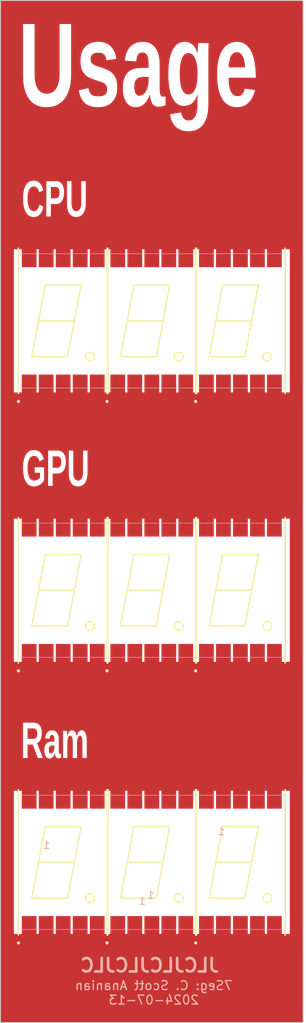
<source format=kicad_pcb>
(kicad_pcb (version 20240108) (generator "pcbnew") (generator_version "8.0")
  (title_block (title "Seven Segment Main Board") (date "2024-07-13") (rev "V2") (company "C. Scott Ananian") (comment 1 "https://cscott.net") (comment 2 "https://github.com/cscott/SevenSegmentInputModule") (comment 3 "This work is licensed under a Creative Commons Attribution 4.0 International License"))
  (layers (0 "F.Cu" signal) (31 "B.Cu" signal) (34 "B.Paste" user) (35 "F.Paste" user) (36 "B.SilkS" user "B.Silkscreen") (37 "F.SilkS" user "F.Silkscreen") (38 "B.Mask" user) (39 "F.Mask" user) (44 "Edge.Cuts" user))
  (net 0 "")
  (net 1 "/Driver/CS0")
  (net 2 "/Driver/CS1")
  (net 3 "/Driver/CS2")
  (net 4 "/Driver/CS3")
  (net 5 "/Driver/CS4")
  (net 6 "/Driver/CS5")
  (net 7 "/Driver/CS6")
  (net 8 "/Driver/CS7")
  (net 9 "/Driver/LED_SW0")
  (net 10 "/Driver/LED_SW1")
  (net 11 "/Driver/LED_SW2")
  (net 12 "/Driver/LED_SW3")
  (net 13 "/Driver/LED_SW4")
  (net 14 "/Driver/LED_SW5")
  (net 15 "/Driver/LED_SW6")
  (net 16 "/Driver/LED_SW7")
  (net 17 "/Driver/LED_SW8")
  (footprint "LEDMatrix:SON_R10A1_VIS_mod_noholes" (layer "F.Cu") (at 76.81 87 90)
    (property "Reference" "U6")
    (property "Value" "VDMR10A1")
    (pad "1" smd rect (at -7.5 -3.8 90) (size 3 1.65) (layers "F.Cu" "F.Paste" "F.Mask") (net 5 "/Driver/CS4"))
    (pad "2" smd rect (at -7.5 -1.9 90) (size 3 1.65) (layers "F.Cu" "F.Paste" "F.Mask") (net 4 "/Driver/CS3"))
    (pad "3" smd rect (at -7.5 0 90) (size 3 1.65) (layers "F.Cu" "F.Paste" "F.Mask") (net 11 "/Driver/LED_SW2"))
    (pad "4" smd rect (at -7.5 1.9 90) (size 3 1.65) (layers "F.Cu" "F.Paste" "F.Mask") (net 3 "/Driver/CS2"))
    (pad "5" smd rect (at -7.5 3.8 90) (size 3 1.65) (layers "F.Cu" "F.Paste" "F.Mask") (net 8 "/Driver/CS7"))
    (pad "6" smd rect (at 7.5 3.8 90) (size 3 1.65) (layers "F.Cu" "F.Paste" "F.Mask") (net 2 "/Driver/CS1"))
    (pad "7" smd rect (at 7.5 1.9 90) (size 3 1.65) (layers "F.Cu" "F.Paste" "F.Mask") (net 1 "/Driver/CS0"))
    (pad "8" smd rect (at 7.5 0 90) (size 3 1.65) (layers "F.Cu" "F.Paste" "F.Mask") (net 11 "/Driver/LED_SW2"))
    (pad "9" smd rect (at 7.5 -1.9 90) (size 3 1.65) (layers "F.Cu" "F.Paste" "F.Mask") (net 6 "/Driver/CS5"))
    (pad "10" smd rect (at 7.5 -3.8 90) (size 3 1.65) (layers "F.Cu" "F.Paste" "F.Mask") (net 7 "/Driver/CS6"))
  )
  (footprint "LEDMatrix:SON_R10A1_VIS_mod_noholes" (layer "F.Cu") (at 66.91 117.1 90)
    (property "Reference" "U8")
    (property "Value" "VDMR10A1")
    (pad "1" smd rect (at -7.5 -3.8 90) (size 3 1.65) (layers "F.Cu" "F.Paste" "F.Mask") (net 5 "/Driver/CS4"))
    (pad "2" smd rect (at -7.5 -1.9 90) (size 3 1.65) (layers "F.Cu" "F.Paste" "F.Mask") (net 4 "/Driver/CS3"))
    (pad "3" smd rect (at -7.5 0 90) (size 3 1.65) (layers "F.Cu" "F.Paste" "F.Mask") (net 13 "/Driver/LED_SW4"))
    (pad "4" smd rect (at -7.5 1.9 90) (size 3 1.65) (layers "F.Cu" "F.Paste" "F.Mask") (net 3 "/Driver/CS2"))
    (pad "5" smd rect (at -7.5 3.8 90) (size 3 1.65) (layers "F.Cu" "F.Paste" "F.Mask") (net 8 "/Driver/CS7"))
    (pad "6" smd rect (at 7.5 3.8 90) (size 3 1.65) (layers "F.Cu" "F.Paste" "F.Mask") (net 2 "/Driver/CS1"))
    (pad "7" smd rect (at 7.5 1.9 90) (size 3 1.65) (layers "F.Cu" "F.Paste" "F.Mask") (net 1 "/Driver/CS0"))
    (pad "8" smd rect (at 7.5 0 90) (size 3 1.65) (layers "F.Cu" "F.Paste" "F.Mask") (net 13 "/Driver/LED_SW4"))
    (pad "9" smd rect (at 7.5 -1.9 90) (size 3 1.65) (layers "F.Cu" "F.Paste" "F.Mask") (net 6 "/Driver/CS5"))
    (pad "10" smd rect (at 7.5 -3.8 90) (size 3 1.65) (layers "F.Cu" "F.Paste" "F.Mask") (net 7 "/Driver/CS6"))
  )
  (footprint "LEDMatrix:SON_R10A1_VIS_mod_noholes" (layer "F.Cu") (at 57.01 87 90)
    (property "Reference" "U4")
    (property "Value" "VDMR10A1")
    (pad "1" smd rect (at -7.5 -3.8 90) (size 3 1.65) (layers "F.Cu" "F.Paste" "F.Mask") (net 5 "/Driver/CS4"))
    (pad "2" smd rect (at -7.5 -1.9 90) (size 3 1.65) (layers "F.Cu" "F.Paste" "F.Mask") (net 4 "/Driver/CS3"))
    (pad "3" smd rect (at -7.5 0 90) (size 3 1.65) (layers "F.Cu" "F.Paste" "F.Mask") (net 9 "/Driver/LED_SW0"))
    (pad "4" smd rect (at -7.5 1.9 90) (size 3 1.65) (layers "F.Cu" "F.Paste" "F.Mask") (net 3 "/Driver/CS2"))
    (pad "5" smd rect (at -7.5 3.8 90) (size 3 1.65) (layers "F.Cu" "F.Paste" "F.Mask") (net 8 "/Driver/CS7"))
    (pad "6" smd rect (at 7.5 3.8 90) (size 3 1.65) (layers "F.Cu" "F.Paste" "F.Mask") (net 2 "/Driver/CS1"))
    (pad "7" smd rect (at 7.5 1.9 90) (size 3 1.65) (layers "F.Cu" "F.Paste" "F.Mask") (net 1 "/Driver/CS0"))
    (pad "8" smd rect (at 7.5 0 90) (size 3 1.65) (layers "F.Cu" "F.Paste" "F.Mask") (net 9 "/Driver/LED_SW0"))
    (pad "9" smd rect (at 7.5 -1.9 90) (size 3 1.65) (layers "F.Cu" "F.Paste" "F.Mask") (net 6 "/Driver/CS5"))
    (pad "10" smd rect (at 7.5 -3.8 90) (size 3 1.65) (layers "F.Cu" "F.Paste" "F.Mask") (net 7 "/Driver/CS6"))
  )
  (footprint "LEDMatrix:SON_R10A1_VIS_mod_noholes" (layer "F.Cu") (at 57.01 117.1 90)
    (property "Reference" "U7")
    (property "Value" "VDMR10A1")
    (pad "1" smd rect (at -7.5 -3.8 90) (size 3 1.65) (layers "F.Cu" "F.Paste" "F.Mask") (net 5 "/Driver/CS4"))
    (pad "2" smd rect (at -7.5 -1.9 90) (size 3 1.65) (layers "F.Cu" "F.Paste" "F.Mask") (net 4 "/Driver/CS3"))
    (pad "3" smd rect (at -7.5 0 90) (size 3 1.65) (layers "F.Cu" "F.Paste" "F.Mask") (net 12 "/Driver/LED_SW3"))
    (pad "4" smd rect (at -7.5 1.9 90) (size 3 1.65) (layers "F.Cu" "F.Paste" "F.Mask") (net 3 "/Driver/CS2"))
    (pad "5" smd rect (at -7.5 3.8 90) (size 3 1.65) (layers "F.Cu" "F.Paste" "F.Mask") (net 8 "/Driver/CS7"))
    (pad "6" smd rect (at 7.5 3.8 90) (size 3 1.65) (layers "F.Cu" "F.Paste" "F.Mask") (net 2 "/Driver/CS1"))
    (pad "7" smd rect (at 7.5 1.9 90) (size 3 1.65) (layers "F.Cu" "F.Paste" "F.Mask") (net 1 "/Driver/CS0"))
    (pad "8" smd rect (at 7.5 0 90) (size 3 1.65) (layers "F.Cu" "F.Paste" "F.Mask") (net 12 "/Driver/LED_SW3"))
    (pad "9" smd rect (at 7.5 -1.9 90) (size 3 1.65) (layers "F.Cu" "F.Paste" "F.Mask") (net 6 "/Driver/CS5"))
    (pad "10" smd rect (at 7.5 -3.8 90) (size 3 1.65) (layers "F.Cu" "F.Paste" "F.Mask") (net 7 "/Driver/CS6"))
  )
  (footprint "LEDMatrix:SON_R10A1_VIS_mod_noholes" (layer "F.Cu") (at 57.01 147.5 90)
    (property "Reference" "U10")
    (property "Value" "VDMR10A1")
    (pad "1" smd rect (at -7.5 -3.8 90) (size 3 1.65) (layers "F.Cu" "F.Paste" "F.Mask") (net 5 "/Driver/CS4"))
    (pad "2" smd rect (at -7.5 -1.9 90) (size 3 1.65) (layers "F.Cu" "F.Paste" "F.Mask") (net 4 "/Driver/CS3"))
    (pad "3" smd rect (at -7.5 0 90) (size 3 1.65) (layers "F.Cu" "F.Paste" "F.Mask") (net 15 "/Driver/LED_SW6"))
    (pad "4" smd rect (at -7.5 1.9 90) (size 3 1.65) (layers "F.Cu" "F.Paste" "F.Mask") (net 3 "/Driver/CS2"))
    (pad "5" smd rect (at -7.5 3.8 90) (size 3 1.65) (layers "F.Cu" "F.Paste" "F.Mask") (net 8 "/Driver/CS7"))
    (pad "6" smd rect (at 7.5 3.8 90) (size 3 1.65) (layers "F.Cu" "F.Paste" "F.Mask") (net 2 "/Driver/CS1"))
    (pad "7" smd rect (at 7.5 1.9 90) (size 3 1.65) (layers "F.Cu" "F.Paste" "F.Mask") (net 1 "/Driver/CS0"))
    (pad "8" smd rect (at 7.5 0 90) (size 3 1.65) (layers "F.Cu" "F.Paste" "F.Mask") (net 15 "/Driver/LED_SW6"))
    (pad "9" smd rect (at 7.5 -1.9 90) (size 3 1.65) (layers "F.Cu" "F.Paste" "F.Mask") (net 6 "/Driver/CS5"))
    (pad "10" smd rect (at 7.5 -3.8 90) (size 3 1.65) (layers "F.Cu" "F.Paste" "F.Mask") (net 7 "/Driver/CS6"))
  )
  (footprint "LEDMatrix:SON_R10A1_VIS_mod_noholes" (layer "F.Cu") (at 76.81 147.5 90)
    (property "Reference" "U12")
    (property "Value" "VDMR10A1")
    (pad "1" smd rect (at -7.5 -3.8 90) (size 3 1.65) (layers "F.Cu" "F.Paste" "F.Mask") (net 5 "/Driver/CS4"))
    (pad "2" smd rect (at -7.5 -1.9 90) (size 3 1.65) (layers "F.Cu" "F.Paste" "F.Mask") (net 4 "/Driver/CS3"))
    (pad "3" smd rect (at -7.5 0 90) (size 3 1.65) (layers "F.Cu" "F.Paste" "F.Mask") (net 17 "/Driver/LED_SW8"))
    (pad "4" smd rect (at -7.5 1.9 90) (size 3 1.65) (layers "F.Cu" "F.Paste" "F.Mask") (net 3 "/Driver/CS2"))
    (pad "5" smd rect (at -7.5 3.8 90) (size 3 1.65) (layers "F.Cu" "F.Paste" "F.Mask") (net 8 "/Driver/CS7"))
    (pad "6" smd rect (at 7.5 3.8 90) (size 3 1.65) (layers "F.Cu" "F.Paste" "F.Mask") (net 2 "/Driver/CS1"))
    (pad "7" smd rect (at 7.5 1.9 90) (size 3 1.65) (layers "F.Cu" "F.Paste" "F.Mask") (net 1 "/Driver/CS0"))
    (pad "8" smd rect (at 7.5 0 90) (size 3 1.65) (layers "F.Cu" "F.Paste" "F.Mask") (net 17 "/Driver/LED_SW8"))
    (pad "9" smd rect (at 7.5 -1.9 90) (size 3 1.65) (layers "F.Cu" "F.Paste" "F.Mask") (net 6 "/Driver/CS5"))
    (pad "10" smd rect (at 7.5 -3.8 90) (size 3 1.65) (layers "F.Cu" "F.Paste" "F.Mask") (net 7 "/Driver/CS6"))
  )
  (footprint "LEDMatrix:SON_R10A1_VIS_mod_noholes" (layer "F.Cu") (at 66.91 147.5 90)
    (property "Reference" "U11")
    (property "Value" "VDMR10A1")
    (pad "1" smd rect (at -7.5 -3.8 90) (size 3 1.65) (layers "F.Cu" "F.Paste" "F.Mask") (net 5 "/Driver/CS4"))
    (pad "2" smd rect (at -7.5 -1.9 90) (size 3 1.65) (layers "F.Cu" "F.Paste" "F.Mask") (net 4 "/Driver/CS3"))
    (pad "3" smd rect (at -7.5 0 90) (size 3 1.65) (layers "F.Cu" "F.Paste" "F.Mask") (net 16 "/Driver/LED_SW7"))
    (pad "4" smd rect (at -7.5 1.9 90) (size 3 1.65) (layers "F.Cu" "F.Paste" "F.Mask") (net 3 "/Driver/CS2"))
    (pad "5" smd rect (at -7.5 3.8 90) (size 3 1.65) (layers "F.Cu" "F.Paste" "F.Mask") (net 8 "/Driver/CS7"))
    (pad "6" smd rect (at 7.5 3.8 90) (size 3 1.65) (layers "F.Cu" "F.Paste" "F.Mask") (net 2 "/Driver/CS1"))
    (pad "7" smd rect (at 7.5 1.9 90) (size 3 1.65) (layers "F.Cu" "F.Paste" "F.Mask") (net 1 "/Driver/CS0"))
    (pad "8" smd rect (at 7.5 0 90) (size 3 1.65) (layers "F.Cu" "F.Paste" "F.Mask") (net 16 "/Driver/LED_SW7"))
    (pad "9" smd rect (at 7.5 -1.9 90) (size 3 1.65) (layers "F.Cu" "F.Paste" "F.Mask") (net 6 "/Driver/CS5"))
    (pad "10" smd rect (at 7.5 -3.8 90) (size 3 1.65) (layers "F.Cu" "F.Paste" "F.Mask") (net 7 "/Driver/CS6"))
  )
  (footprint "LEDMatrix:SON_R10A1_VIS_mod_noholes" (layer "F.Cu") (at 76.81 117.1 90)
    (property "Reference" "U9")
    (property "Value" "VDMR10A1")
    (pad "1" smd rect (at -7.5 -3.8 90) (size 3 1.65) (layers "F.Cu" "F.Paste" "F.Mask") (net 5 "/Driver/CS4"))
    (pad "2" smd rect (at -7.5 -1.9 90) (size 3 1.65) (layers "F.Cu" "F.Paste" "F.Mask") (net 4 "/Driver/CS3"))
    (pad "3" smd rect (at -7.5 0 90) (size 3 1.65) (layers "F.Cu" "F.Paste" "F.Mask") (net 14 "/Driver/LED_SW5"))
    (pad "4" smd rect (at -7.5 1.9 90) (size 3 1.65) (layers "F.Cu" "F.Paste" "F.Mask") (net 3 "/Driver/CS2"))
    (pad "5" smd rect (at -7.5 3.8 90) (size 3 1.65) (layers "F.Cu" "F.Paste" "F.Mask") (net 8 "/Driver/CS7"))
    (pad "6" smd rect (at 7.5 3.8 90) (size 3 1.65) (layers "F.Cu" "F.Paste" "F.Mask") (net 2 "/Driver/CS1"))
    (pad "7" smd rect (at 7.5 1.9 90) (size 3 1.65) (layers "F.Cu" "F.Paste" "F.Mask") (net 1 "/Driver/CS0"))
    (pad "8" smd rect (at 7.5 0 90) (size 3 1.65) (layers "F.Cu" "F.Paste" "F.Mask") (net 14 "/Driver/LED_SW5"))
    (pad "9" smd rect (at 7.5 -1.9 90) (size 3 1.65) (layers "F.Cu" "F.Paste" "F.Mask") (net 6 "/Driver/CS5"))
    (pad "10" smd rect (at 7.5 -3.8 90) (size 3 1.65) (layers "F.Cu" "F.Paste" "F.Mask") (net 7 "/Driver/CS6"))
  )
  (footprint "LEDMatrix:SON_R10A1_VIS_mod_noholes" (layer "F.Cu") (at 66.91 87 90)
    (property "Reference" "U5")
    (property "Value" "VDMR10A1")
    (pad "1" smd rect (at -7.5 -3.8 90) (size 3 1.65) (layers "F.Cu" "F.Paste" "F.Mask") (net 5 "/Driver/CS4"))
    (pad "2" smd rect (at -7.5 -1.9 90) (size 3 1.65) (layers "F.Cu" "F.Paste" "F.Mask") (net 4 "/Driver/CS3"))
    (pad "3" smd rect (at -7.5 0 90) (size 3 1.65) (layers "F.Cu" "F.Paste" "F.Mask") (net 10 "/Driver/LED_SW1"))
    (pad "4" smd rect (at -7.5 1.9 90) (size 3 1.65) (layers "F.Cu" "F.Paste" "F.Mask") (net 3 "/Driver/CS2"))
    (pad "5" smd rect (at -7.5 3.8 90) (size 3 1.65) (layers "F.Cu" "F.Paste" "F.Mask") (net 8 "/Driver/CS7"))
    (pad "6" smd rect (at 7.5 3.8 90) (size 3 1.65) (layers "F.Cu" "F.Paste" "F.Mask") (net 2 "/Driver/CS1"))
    (pad "7" smd rect (at 7.5 1.9 90) (size 3 1.65) (layers "F.Cu" "F.Paste" "F.Mask") (net 1 "/Driver/CS0"))
    (pad "8" smd rect (at 7.5 0 90) (size 3 1.65) (layers "F.Cu" "F.Paste" "F.Mask") (net 10 "/Driver/LED_SW1"))
    (pad "9" smd rect (at 7.5 -1.9 90) (size 3 1.65) (layers "F.Cu" "F.Paste" "F.Mask") (net 6 "/Driver/CS5"))
    (pad "10" smd rect (at 7.5 -3.8 90) (size 3 1.65) (layers "F.Cu" "F.Paste" "F.Mask") (net 7 "/Driver/CS6"))
  )
  (gr_poly (pts (xy 76.464873 56.982645) (xy 76.489364 56.98474) (xy 76.513532 56.987673) (xy 76.537378 56.991443) (xy 76.560901 56.996052) (xy 76.584102 57.001498) (xy 76.606981 57.007783) (xy 76.629537 57.014905) (xy 76.65177 57.022864) (xy 76.673681 57.031662) (xy 76.69527 57.041297) (xy 76.716536 57.05177) (xy 76.73748 57.063081) (xy 76.758101 57.075229) (xy 76.7784 57.088215) (xy 76.798376 57.102038) (xy 76.81803 57.116699) (xy 76.856371 57.148534) (xy 76.893421 57.183718) (xy 76.929182 57.222253) (xy 76.963653 57.264137) (xy 76.996834 57.30937) (xy 77.028725 57.357952) (xy 77.059326 57.409883) (xy 77.088494 57.464349) (xy 77.116081 57.52216) (xy 77.142088 57.583318) (xy 77.166515 57.647823) (xy 77.189361 57.715676) (xy 77.210626 57.786876) (xy 77.230311 57.861426) (xy 77.248415 57.939326) (xy 77.264938 58.020576) (xy 77.279879 58.105176) (xy 77.293239 58.193129) (xy 77.305018 58.284434) (xy 77.32383 58.477103) (xy 77.336315 58.68319) (xy 75.499218 58.68319) (xy 75.50286 58.571509) (xy 75.508466 58.463883) (xy 75.516047 58.360314) (xy 75.525615 58.260804) (xy 75.53718 58.165355) (xy 75.550753 58.073969) (xy 75.566345 57.986648) (xy 75.583967 57.903393) (xy 75.603272 57.824112) (xy 75.623909 57.748706) (xy 75.645876 57.677169) (xy 75.657359 57.64285) (xy 75.669175 57.609496) (xy 75.681324 57.577107) (xy 75.693805 57.545681) (xy 75.70662 57.515219) (xy 75.719767 57.485718) (xy 75.733248 57.45718) (xy 75.747061 57.429602) (xy 75.761207 57.402985) (xy 75.775686 57.377327) (xy 75.791167 57.35179) (xy 75.806985 57.32716) (xy 75.823141 57.303438) (xy 75.839633 57.280625) (xy 75.856461 57.258723) (xy 75.873624 57.237731) (xy 75.891122 57.217651) (xy 75.908953 57.198484) (xy 75.927117 57.180231) (xy 75.945613 57.162892) (xy 75.964441 57.146469) (xy 75.983599 57.130963) (xy 76.003087 57.116374) (xy 76.022905 57.102703) (xy 76.043051 57.089952) (xy 76.063524 57.078121) (xy 76.084244 57.066322) (xy 76.105128 57.055291) (xy 76.126176 57.045027) (xy 76.14739 57.035529) (xy 76.168768 57.026796) (xy 76.190313 57.018827) (xy 76.212023 57.011622) (xy 76.233899 57.005179) (xy 76.255942 56.999497) (xy 76.278152 56.994576) (xy 76.300528 56.990414) (xy 76.323072 56.987012) (xy 76.345783 56.984367) (xy 76.368662 56.982478) (xy 76.391709 56.981346) (xy 76.414925 56.980969)) (stroke (width -0.000001)) (fill solid) (layer "F.Cu"))
  (gr_poly (pts (xy 56.181236 72.037521) (xy 56.207957 72.039394) (xy 56.233792 72.042517) (xy 56.258739 72.046888) (xy 56.282797 72.052508) (xy 56.305965 72.059374) (xy 56.328243 72.067489) (xy 56.339048 72.072013) (xy 56.349629 72.076849) (xy 56.359988 72.081997) (xy 56.370123 72.087457) (xy 56.380034 72.093228) (xy 56.389722 72.09931) (xy 56.399187 72.105704) (xy 56.408427 72.11241) (xy 56.417444 72.119426) (xy 56.426236 72.126754) (xy 56.434804 72.134393) (xy 56.443148 72.142343) (xy 56.451267 72.150605) (xy 56.459162 72.159177) (xy 56.466832 72.168061) (xy 56.474277 72.177255) (xy 56.488493 72.196577) (xy 56.502078 72.216752) (xy 56.514786 72.238088) (xy 56.526616 72.260586) (xy 56.537569 72.284245) (xy 56.547645 72.309065) (xy 56.556844 72.335045) (xy 56.565165 72.362184) (xy 56.57261 72.390483) (xy 56.579179 72.419941) (xy 56.584871 72.450557) (xy 56.589687 72.482332) (xy 56.593627 72.515264) (xy 56.596691 72.549354) (xy 56.59888 72.584601) (xy 56.600193 72.621004) (xy 56.60063 72.658564) (xy 56.600192 72.694602) (xy 56.598883 72.729941) (xy 56.596712 72.764581) (xy 56.593689 72.798521) (xy 56.589821 72.831761) (xy 56.585118 72.864301) (xy 56.579588 72.896142) (xy 56.573242 72.927282) (xy 56.570016 72.942197) (xy 56.566571 72.956851) (xy 56.562907 72.971244) (xy 56.559021 72.985377) (xy 56.554912 72.999247) (xy 56.55058 73.012857) (xy 56.546023 73.026204) (xy 56.54124 73.03929) (xy 56.536229 73.052113) (xy 56.53099 73.064673) (xy 56.525522 73.076971) (xy 56.519823 73.089005) (xy 56.513891 73.100776) (xy 56.507727 73.112283) (xy 56.501328 73.123526) (xy 56.494694 73.134504) (xy 56.488083 73.145197) (xy 56.481238 73.155585) (xy 56.47416 73.165666) (xy 56.466849 73.175441) (xy 56.459307 73.18491) (xy 56.451535 73.194073) (xy 56.443533 73.202929) (xy 56.435303 73.21148) (xy 56.426846 73.219724) (xy 56.418162 73.227663) (xy 56.409254 73.235295) (xy 56.400121 73.242621) (xy 56.390765 73.24964) (xy 56.381187 73.256354) (xy 56.371388 73.262761) (xy 56.361369 73.268862) (xy 56.351117 73.274623) (xy 56.340622 73.280013) (xy 56.329882 73.285029) (xy 56.318899 73.289673) (xy 56.307671 73.293945) (xy 56.296199 73.297845) (xy 56.284484 73.301373) (xy 56.272525 73.304529) (xy 56.260322 73.307313) (xy 56.247877 73.309726) (xy 56.235188 73.311767) (xy 56.222256 73.313437) (xy 56.20908 73.314735) (xy 56.195662 73.315663) (xy 56.182002 73.316219) (xy 56.168098 73.316404) (xy 55.634281 73.316404) (xy 55.634281 72.036896) (xy 56.153629 72.036896)) (stroke (width -0.000001)) (fill solid) (layer "F.Cu"))
  (gr_poly (pts (xy 53.697201 132.537108) (xy 53.722544 132.538751) (xy 53.747122 132.541489) (xy 53.770935 132.545322) (xy 53.793983 132.550249) (xy 53.816267 132.556271) (xy 53.837788 132.563386) (xy 53.858546 132.571595) (xy 53.878541 132.580898) (xy 53.897773 132.591293) (xy 53.916243 132.602781) (xy 53.933951 132.615362) (xy 53.950897 132.629035) (xy 53.967083 132.6438) (xy 53.982508 132.659657) (xy 53.997172 132.676605) (xy 54.011261 132.69468) (xy 54.024438 132.713917) (xy 54.036706 132.734315) (xy 54.048063 132.755874) (xy 54.058511 132.778594) (xy 54.068049 132.802474) (xy 54.076677 132.827514) (xy 54.084396 132.853714) (xy 54.091206 132.881073) (xy 54.097107 132.90959) (xy 54.1021 132.939266) (xy 54.106184 132.970099) (xy 54.109361 133.00209) (xy 54.111629 133.035238) (xy 54.11299 133.069542) (xy 54.113444 133.105003) (xy 54.113028 133.137545) (xy 54.111777 133.169395) (xy 54.109689 133.200549) (xy 54.10676 133.231006) (xy 54.102988 133.260763) (xy 54.098367 133.289817) (xy 54.092896 133.318167) (xy 54.086572 133.34581) (xy 54.083348 133.359344) (xy 54.079911 133.372657) (xy 54.076261 133.385747) (xy 54.072398 133.398617) (xy 54.068323 133.411266) (xy 54.064036 133.423694) (xy 54.059536 133.435903) (xy 54.054826 133.447893) (xy 54.049904 133.459664) (xy 54.044772 133.471217) (xy 54.039429 133.482552) (xy 54.033877 133.49367) (xy 54.028114 133.504572) (xy 54.022143 133.515257) (xy 54.015963 133.525726) (xy 54.009574 133.53598) (xy 54.002969 133.545645) (xy 53.996141 133.555043) (xy 53.989088 133.564176) (xy 53.981811 133.573044) (xy 53.974308 133.581648) (xy 53.966579 133.589988) (xy 53.958624 133.598064) (xy 53.950442 133.605877) (xy 53.942033 133.613428) (xy 53.933396 133.620716) (xy 53.924531 133.627743) (xy 53.915437 133.63451) (xy 53.906115 133.641015) (xy 53.896562 133.647261) (xy 53.886779 133.653247) (xy 53.876766 133.658974) (xy 53.866515 133.664057) (xy 53.856019 133.668809) (xy 53.84528 133.673231) (xy 53.834296 133.677323) (xy 53.823068 133.681085) (xy 53.811596 133.684518) (xy 53.799881 133.687622) (xy 53.787922 133.690398) (xy 53.77572 133.692846) (xy 53.763274 133.694966) (xy 53.750585 133.696759) (xy 53.737653 133.698225) (xy 53.724478 133.699365) (xy 53.71106 133.700178) (xy 53.697399 133.700666) (xy 53.683496 133.700829) (xy 53.026689 133.700829) (xy 53.026689 132.53656) (xy 53.671093 132.53656)) (stroke (width -0.000001)) (fill solid) (layer "F.Cu"))
  (gr_poly (pts (xy 66.557129 60.09344) (xy 66.55597 60.176074) (xy 66.552492 60.258288) (xy 66.54669 60.340087) (xy 66.538562 60.421475) (xy 66.528103 60.502458) (xy 66.515311 60.583039) (xy 66.500183 60.663222) (xy 66.482714 60.743013) (xy 66.464398 60.821494) (xy 66.444072 60.897745) (xy 66.421739 60.971765) (xy 66.397405 61.043552) (xy 66.371074 61.113105) (xy 66.34275 61.180424) (xy 66.312437 61.245507) (xy 66.280142 61.308353) (xy 66.263249 61.338047) (xy 66.245857 61.367026) (xy 66.227965 61.39529) (xy 66.209574 61.42284) (xy 66.190683 61.449677) (xy 66.171292 61.475801) (xy 66.151403 61.501214) (xy 66.131013 61.525915) (xy 66.110125 61.549905) (xy 66.088737 61.573186) (xy 66.06685 61.595757) (xy 66.044464 61.617619) (xy 66.021579 61.638773) (xy 65.998195 61.65922) (xy 65.974312 61.67896) (xy 65.94993 61.697993) (xy 65.925801 61.716095) (xy 65.901344 61.733037) (xy 65.876558 61.74882) (xy 65.851443 61.763441) (xy 65.825997 61.776899) (xy 65.800221 61.789193) (xy 65.774114 61.800322) (xy 65.747674 61.810285) (xy 65.720902 61.819081) (xy 65.693796 61.826707) (xy 65.666356 61.833164) (xy 65.63858 61.838449) (xy 65.61047 61.842562) (xy 65.582023 61.845502) (xy 65.553238 61.847266) (xy 65.524117 61.847855) (xy 65.492536 61.846911) (xy 65.461703 61.844081) (xy 65.446567 61.841959) (xy 65.431618 61.839366) (xy 65.416855 61.836302) (xy 65.40228 61.832766) (xy 65.387892 61.828761) (xy 65.37369 61.824284) (xy 65.359676 61.819337) (xy 65.345849 61.81392) (xy 65.332209 61.808033) (xy 65.318756 61.801676) (xy 65.30549 61.794849) (xy 65.292412 61.787552) (xy 65.279521 61.779786) (xy 65.266816 61.77155) (xy 65.2543 61.762845) (xy 65.24197 61.753671) (xy 65.217874 61.733916) (xy 65.194526 61.712286) (xy 65.171929 61.688783) (xy 65.150082 61.663407) (xy 65.128985 61.63616) (xy 65.108638 61.607043) (xy 65.089935 61.575189) (xy 65.072437 61.541356) (xy 65.056144 61.505542) (xy 65.041058 61.467748) (xy 65.027176 61.427974) (xy 65.014502 61.386221) (xy 65.003033 61.342487) (xy 64.99277 61.296774) (xy 64.983714 61.249081) (xy 64.975866 61.199409) (xy 64.969224 61.147756) (xy 64.963789 61.094125) (xy 64.959561 61.038513) (xy 64.956541 60.980922) (xy 64.954729 60.921351) (xy 64.954125 60.859801) (xy 64.955383 60.769661) (xy 64.956953 60.726427) (xy 64.959152 60.684416) (xy 64.961976 60.643628) (xy 64.965427 60.60406) (xy 64.969503 60.565713) (xy 64.974203 60.528585) (xy 64.979528 60.492676) (xy 64.985476 60.457984) (xy 64.992047 60.424508) (xy 64.99924 60.392248) (xy 65.007055 60.361201) (xy 65.015491 60.331369) (xy 65.024547 60.302749) (xy 65.034224 60.275341) (xy 65.044416 60.248943) (xy 65.055022 60.223353) (xy 65.066042 60.198573) (xy 65.077476 60.174602) (xy 65.089325 60.151442) (xy 65.101589 60.129093) (xy 65.114268 60.107555) (xy 65.127363 60.086828) (xy 65.140874 60.066914) (xy 65.154801 60.047812) (xy 65.169145 60.029524) (xy 65.183907 60.012049) (xy 65.199086 59.995389) (xy 65.214682 59.979543) (xy 65.230697 59.964512) (xy 65.24713 59.950296) (xy 65.263941 59.936008) (xy 65.281087 59.922382) (xy 65.298569 59.909417) (xy 65.316385 59.897113) (xy 65.334536 59.885471) (xy 65.353021 59.874489) (xy 65.37184 59.864168) (xy 65.390992 59.854507) (xy 65.410476 59.845506) (xy 65.430293 59.837164) (xy 65.450443 59.829482) (xy 65.470923 59.822459) (xy 65.491735 59.816095) (xy 65.512878 59.810389) (xy 65.534352 59.805342) (xy 65.556155 59.800952) (xy 65.600416 59.791603) (xy 65.645327 59.783051) (xy 65.690895 59.775301) (xy 65.737123 59.768358) (xy 65.784017 59.762227) (xy 65.831582 59.756914) (xy 65.879822 59.752423) (xy 65.928742 59.748758) (xy 66.557129 59.735839)) (stroke (width -0.000001)) (fill solid) (layer "F.Cu"))
  (gr_poly (pts (xy 56.03529 134.591217) (xy 56.034842 134.626803) (xy 56.033496 134.662191) (xy 56.031247 134.697388) (xy 56.028093 134.732401) (xy 56.02403 134.767239) (xy 56.019054 134.80191) (xy 56.013162 134.836421) (xy 56.006351 134.870781) (xy 55.999204 134.904606) (xy 55.991271 134.937496) (xy 55.982552 134.969443) (xy 55.973052 135.000437) (xy 55.962773 135.030469) (xy 55.951717 135.059529) (xy 55.939888 135.087609) (xy 55.927287 135.1147) (xy 55.920698 135.127492) (xy 55.913918 135.139978) (xy 55.906945 135.152158) (xy 55.899779 135.164032) (xy 55.892421 135.175601) (xy 55.884869 135.186863) (xy 55.877123 135.197819) (xy 55.869182 135.208469) (xy 55.861047 135.218813) (xy 55.852717 135.228851) (xy 55.844191 135.238583) (xy 55.835469 135.248008) (xy 55.82655 135.257127) (xy 55.817435 135.26594) (xy 55.808122 135.274446) (xy 55.798612 135.282646) (xy 55.789195 135.290438) (xy 55.779645 135.297721) (xy 55.769962 135.304496) (xy 55.760146 135.310763) (xy 55.750198 135.316525) (xy 55.740119 135.321781) (xy 55.729909 135.326532) (xy 55.719568 135.330779) (xy 55.709098 135.334524) (xy 55.698498 135.337766) (xy 55.68777 135.340507) (xy 55.676913 135.342748) (xy 55.665929 135.344489) (xy 55.654817 135.345732) (xy 55.643579 135.346477) (xy 55.632214 135.346725) (xy 55.619892 135.346323) (xy 55.613838 135.34582) (xy 55.607857 135.345116) (xy 55.601948 135.344211) (xy 55.596111 135.343104) (xy 55.590347 135.341796) (xy 55.584655 135.340286) (xy 55.579035 135.338574) (xy 55.573488 135.336661) (xy 55.568014 135.334546) (xy 55.562612 135.332229) (xy 55.557283 135.32971) (xy 55.552026 135.326989) (xy 55.546843 135.324065) (xy 55.541733 135.32094) (xy 55.536695 135.317612) (xy 55.531731 135.314082) (xy 55.522022 135.306415) (xy 55.512607 135.297937) (xy 55.503485 135.288648) (xy 55.494658 135.278548) (xy 55.486126 135.267635) (xy 55.47789 135.255909) (xy 55.46995 135.24337) (xy 55.462657 135.229648) (xy 55.455842 135.215072) (xy 55.449502 135.199641) (xy 55.443638 135.183358) (xy 55.438248 135.16622) (xy 55.433331 135.14823) (xy 55.428887 135.129386) (xy 55.424915 135.109689) (xy 55.421413 135.089139) (xy 55.418381 135.067737) (xy 55.415818 135.045482) (xy 55.413723 135.022374) (xy 55.412095 134.998415) (xy 55.410934 134.973603) (xy 55.410006 134.921425) (xy 55.410486 134.882578) (xy 55.411928 134.845811) (xy 55.414338 134.81113) (xy 55.415906 134.794574) (xy 55.417717 134.778543) (xy 55.419772 134.763035) (xy 55.42207 134.748054) (xy 55.424613 134.733598) (xy 55.427401 134.71967) (xy 55.430435 134.70627) (xy 55.433714 134.693398) (xy 55.437239 134.681055) (xy 55.441011 134.669243) (xy 55.444989 134.657878) (xy 55.449131 134.646872) (xy 55.453437 134.636223) (xy 55.457907 134.625929) (xy 55.46254 134.615991) (xy 55.467336 134.606406) (xy 55.472295 134.597172) (xy 55.477416 134.58829) (xy 55.4827 134.579758) (xy 55.488146 134.571574) (xy 55.493754 134.563737) (xy 55.499523 134.556246) (xy 55.505454 134.549099) (xy 55.511545 134.542297) (xy 55.517798 134.535836) (xy 55.52421 134.529717) (xy 55.530767 134.523559) (xy 55.537452 134.517681) (xy 55.544264 134.512084) (xy 55.551205 134.506768) (xy 55.558274 134.501733) (xy 55.565473 134.496981) (xy 55.572801 134.492512) (xy 55.580258 134.488326) (xy 55.587845 134.484425) (xy 55.595562 134.480808) (xy 55.60341 134.477477) (xy 55.611389 134.474432) (xy 55.619498 134.471674) (xy 55.627739 134.469203) (xy 55.636112 134.46702) (xy 55.644617 134.465126) (xy 55.6619 134.461108) (xy 55.679463 134.457452) (xy 55.697299 134.454154) (xy 55.715402 134.45121) (xy 55.733765 134.448617) (xy 55.752381 134.44637) (xy 55.771242 134.444466) (xy 55.790344 134.442902) (xy 56.03529 134.437218)) (stroke (width -0.000001)) (fill solid) (layer "F.Cu"))
  (gr_poly (pts (xy 71.04254 57.078554) (xy 71.065178 57.079852) (xy 71.087817 57.082016) (xy 71.110458 57.085044) (xy 71.1331 57.088937) (xy 71.155743 57.093694) (xy 71.178387 57.099315) (xy 71.201031 57.105799) (xy 71.223675 57.113147) (xy 71.246318 57.121356) (xy 71.268962 57.130428) (xy 71.291604 57.140362) (xy 71.314245 57.151157) (xy 71.336884 57.162814) (xy 71.359521 57.175331) (xy 71.382156 57.188708) (xy 71.404628 57.203123) (xy 71.426773 57.218754) (xy 71.448592 57.2356) (xy 71.470082 57.253663) (xy 71.491244 57.272942) (xy 71.512076 57.293438) (xy 71.532577 57.315151) (xy 71.552746 57.338083) (xy 71.572582 57.362233) (xy 71.592085 57.387602) (xy 71.611253 57.414189) (xy 71.630084 57.441996) (xy 71.64858 57.471024) (xy 71.666737 57.501271) (xy 71.684555 57.53274) (xy 71.702034 57.565429) (xy 71.737063 57.634781) (xy 71.770257 57.709633) (xy 71.801616 57.789979) (xy 71.831142 57.875812) (xy 71.858838 57.967128) (xy 71.884705 58.063921) (xy 71.908745 58.166184) (xy 71.93096 58.273913) (xy 71.952175 58.387813) (xy 71.970553 58.508598) (xy 71.986098 58.636273) (xy 71.998811 58.770846) (xy 72.008694 58.912322) (xy 72.01575 59.060709) (xy 72.019983 59.216012) (xy 72.021393 59.378239) (xy 72.019983 59.54515) (xy 72.01575 59.704759) (xy 72.008694 59.857062) (xy 71.998811 60.002057) (xy 71.986098 60.139742) (xy 71.970553 60.270116) (xy 71.952175 60.393175) (xy 71.93096 60.508919) (xy 71.908745 60.618269) (xy 71.884705 60.722149) (xy 71.858838 60.820554) (xy 71.831142 60.91348) (xy 71.816608 60.957887) (xy 71.801616 61.000924) (xy 71.786165 61.042588) (xy 71.770257 61.082881) (xy 71.75389 61.121801) (xy 71.737063 61.159349) (xy 71.719778 61.195522) (xy 71.702034 61.230322) (xy 71.683893 61.263011) (xy 71.665419 61.29448) (xy 71.646611 61.324727) (xy 71.627471 61.353755) (xy 71.607997 61.381562) (xy 71.58819 61.40815) (xy 71.568051 61.433518) (xy 71.547578 61.457668) (xy 71.526773 61.4806) (xy 71.505635 61.502314) (xy 71.484164 61.52281) (xy 71.46236 61.542089) (xy 71.440224 61.560152) (xy 71.417755 61.576998) (xy 71.394954 61.592628) (xy 71.37182 61.607043) (xy 71.349185 61.619631) (xy 71.326548 61.631405) (xy 71.303909 61.642365) (xy 71.281268 61.652512) (xy 71.258626 61.661845) (xy 71.235983 61.670366) (xy 71.213339 61.678073) (xy 71.190695 61.684968) (xy 71.168051 61.691051) (xy 71.145407 61.696322) (xy 71.122764 61.700781) (xy 71.100122 61.704429) (xy 71.077481 61.707266) (xy 71.054842 61.709292) (xy 71.032204 61.710508) (xy 71.009569 61.710913) (xy 70.949925 61.708654) (xy 70.920805 61.705831) (xy 70.892152 61.701878) (xy 70.863968 61.696796) (xy 70.836251 61.690585) (xy 70.809002 61.683244) (xy 70.782221 61.674774) (xy 70.755908 61.665175) (xy 70.730062 61.654446) (xy 70.704685 61.642588) (xy 70.679776 61.6296) (xy 70.655335 61.615483) (xy 70.631362 61.600237) (xy 70.607856 61.583861) (xy 70.584819 61.566355) (xy 70.56225 61.547721) (xy 70.540149 61.527956) (xy 70.497352 61.485039) (xy 70.456427 61.437604) (xy 70.417375 61.38565) (xy 70.380196 61.329179) (xy 70.34489 61.268189) (xy 70.311457 61.20268) (xy 70.279898 61.132653) (xy 70.250232 61.058187) (xy 70.222482 60.97936) (xy 70.196646 60.896171) (xy 70.172724 60.80862) (xy 70.150717 60.716707) (xy 70.130624 60.620429) (xy 70.09618 60.414782) (xy 70.069391 60.191672) (xy 70.050258 59.951094) (xy 70.038779 59.693043) (xy 70.034952 59.417513) (xy 70.035936 59.267457) (xy 70.038892 59.122677) (xy 70.04383 58.983176) (xy 70.050756 58.848953) (xy 70.05968 58.72001) (xy 70.070608 58.596347) (xy 70.083551 58.477964) (xy 70.098515 58.364863) (xy 70.116654 58.256846) (xy 70.136458 58.153711) (xy 70.157926 58.055455) (xy 70.181059 57.962076) (xy 70.205856 57.87357) (xy 70.232317 57.789933) (xy 70.260443 57.711164) (xy 70.290234 57.637259) (xy 70.30642 57.602102) (xy 70.323026 57.568105) (xy 70.34005 57.535269) (xy 70.357492 57.503595) (xy 70.375351 57.473084) (xy 70.393628 57.443737) (xy 70.412322 57.415556) (xy 70.431432 57.388541) (xy 70.450959 57.362694) (xy 70.470901 57.338016) (xy 70.491258 57.314507) (xy 70.51203 57.292169) (xy 70.533216 57.271003) (xy 70.554817 57.25101) (xy 70.576831 57.23219) (xy 70.599258 57.214546) (xy 70.622745 57.198023) (xy 70.646603 57.182567) (xy 70.670835 57.168177) (xy 70.69544 57.154853) (xy 70.720419 57.142596) (xy 70.745771 57.131405) (xy 70.771498 57.12128) (xy 70.797598 57.112221) (xy 70.824073 57.104228) (xy 70.850923 57.097301) (xy 70.878148 57.09144) (xy 70.905748 57.086645) (xy 70.933723 57.082915) (xy 70.962075 57.080252) (xy 70.990802 57.078653) (xy 71.019905 57.078121)) (stroke (width -0.000001)) (fill solid) (layer "F.Cu"))
  (gr_poly (pts (xy 83.820156 165.400185) (xy 50 165.400185) (xy 50 155.500015) (xy 51.500167 155.500015) (xy 82.325157 155.500015) (xy 82.325157 139.499962) (xy 51.500167 139.499962) (xy 51.500167 155.500015) (xy 50 155.500015) (xy 50 135.839714) (xy 52.523877 135.839714) (xy 53.026689 135.839714) (xy 53.026689 134.342133) (xy 53.616833 134.342133) (xy 54.173905 135.839714) (xy 54.738729 135.839714) (xy 54.402638 134.982925) (xy 54.911328 134.982925) (xy 54.911936 135.036764) (xy 54.913763 135.089121) (xy 54.916815 135.139993) (xy 54.921096 135.18938) (xy 54.92661 135.23728) (xy 54.933363 135.283692) (xy 54.941358 135.328615) (xy 54.950602 135.372047) (xy 54.955666 135.393182) (xy 54.960988 135.413903) (xy 54.966569 135.434208) (xy 54.972409 135.4541) (xy 54.978508 135.473577) (xy 54.984866 135.492638) (xy 54.991483 135.511285) (xy 54.99836 135.529516) (xy 55.005497 135.547332) (xy 55.012893 135.564733) (xy 55.02055 135.581717) (xy 55.028467 135.598286) (xy 55.036644 135.614439) (xy 55.045082 135.630176) (xy 55.05378 135.645496) (xy 55.06274 135.6604) (xy 55.071953 135.674536) (xy 55.081412 135.688254) (xy 55.091117 135.701555) (xy 55.101068 135.714438) (xy 55.111263 135.726904) (xy 55.121703 135.738953) (xy 55.132387 135.750586) (xy 55.143315 135.761804) (xy 55.154487 135.772606) (xy 55.165901 135.782992) (xy 55.177559 135.792964) (xy 55.189458 135.802522) (xy 55.2016 135.811666) (xy 55.213983 135.820396) (xy 55.226608 135.828713) (xy 55.239473 135.836617) (xy 55.252828 135.843736) (xy 55.2664 135.850398) (xy 55.280189 135.856604) (xy 55.294194 135.862353) (xy 55.308413 135.867644) (xy 55.322847 135.872477) (xy 55.337493 135.876852) (xy 55.352351 135.880768) (xy 55.367421 135.884225) (xy 55.3827 135.887222) (xy 55.398189 135.889759) (xy 55.413885 135.891836) (xy 55.429789 135.893452) (xy 55.4459 135.894606) (xy 55.462215 135.8953) (xy 55.478735 135.895531) (xy 55.504979 135.89492) (xy 55.53073 135.893089) (xy 55.555988 135.890035) (xy 55.580755 135.88576) (xy 55.605032 135.880261) (xy 55.628819 135.87354) (xy 55.652117 135.865595) (xy 55.674927 135.856425) (xy 55.69725 135.846031) (xy 55.719087 135.834412) (xy 55.74044 135.821568) (xy 55.761307 135.807497) (xy 55.781692 135.7922) (xy 55.801594 135.775676) (xy 55.821014 135.757925) (xy 55.839953 135.738945) (xy 55.858445 135.718856) (xy 55.876521 135.697776) (xy 55.89418 135.675707) (xy 55.911421 135.652649) (xy 55.928243 135.628604) (xy 55.944646 135.603571) (xy 55.960629 135.577553) (xy 55.97619 135.55055) (xy 55.991329 135.522564) (xy 56.006046 135.493593) (xy 56.020339 135.463641) (xy 56.034207 135.432708) (xy 56.047649 135.400794) (xy 56.060666 135.3679) (xy 56.073255 135.334028) (xy 56.085416 135.299179) (xy 56.095752 135.299179) (xy 56.098097 135.333983) (xy 56.100978 135.367718) (xy 56.104395 135.400384) (xy 56.108347 135.431981) (xy 56.112835 135.462507) (xy 56.117858 135.491964) (xy 56.123417 135.52035) (xy 56.129512 135.547665) (xy 56.136142 135.573908) (xy 56.143308 135.59908) (xy 56.15101 135.623179) (xy 56.159247 135.646205) (xy 56.16802 135.668159) (xy 56.177329 135.689039) (xy 56.187174 135.708845) (xy 56.197554 135.727577) (xy 56.208824 135.745204) (xy 56.220816 135.761697) (xy 56.233534 135.777057) (xy 56.246976 135.791282) (xy 56.261146 135.804372) (xy 56.276042 135.816327) (xy 56.291667 135.827146) (xy 56.308022 135.836828) (xy 56.325107 135.845373) (xy 56.342923 135.852781) (xy 56.361472 135.85905) (xy 56.380754 135.864181) (xy 56.400771 135.868173) (xy 56.421523 135.871024) (xy 56.443012 135.872736) (xy 56.465238 135.873306) (xy 56.477999 135.873215) (xy 56.49031 135.872942) (xy 56.502168 135.87249) (xy 56.513574 135.871861) (xy 56.524525 135.871057) (xy 56.535021 135.870081) (xy 56.545059 135.868936) (xy 56.554638 135.867622) (xy 56.564416 135.866179) (xy 56.57401 135.864651) (xy 56.583415 135.863039) (xy 56.592629 135.861341) (xy 56.601648 135.859555) (xy 56.610469 135.857682) (xy 56.619088 135.85572) (xy 56.627502 135.853668) (xy 56.635852 135.851468) (xy 56.644279 135.849069) (xy 56.652779 135.846477) (xy 56.661347 135.843702) (xy 56.669981 135.840752) (xy 56.678675 135.837635) (xy 56.687427 135.834359) (xy 56.696232 135.830933) (xy 56.772713 135.800446) (xy 56.772713 135.374626) (xy 56.759696 135.378575) (xy 56.746616 135.382017) (xy 56.733472 135.384946) (xy 56.720264 135.387356) (xy 56.706991 135.389241) (xy 56.693652 135.390595) (xy 56.680248 135.391412) (xy 56.666776 135.391685) (xy 56.660872 135.391577) (xy 56.655106 135.391252) (xy 56.649478 135.39071) (xy 56.643985 135.389951) (xy 56.638626 135.388974) (xy 56.633401 135.38778) (xy 56.628308 135.386367) (xy 56.623347 135.384735) (xy 56.618515 135.382885) (xy 56.613812 135.380815) (xy 56.609236 135.378526) (xy 56.604786 135.376017) (xy 56.600462 135.373288) (xy 56.596262 135.370339) (xy 56.592184 135.367168) (xy 56.588228 135.363777) (xy 56.584638 135.35983) (xy 56.581139 135.355685) (xy 56.577733 135.351342) (xy 56.57442 135.346802) (xy 56.571201 135.342064) (xy 56.568077 135.337128) (xy 56.565048 135.331996) (xy 56.562116 135.326667) (xy 56.559282 135.321141) (xy 56.556546 135.315418) (xy 56.553908 135.309499) (xy 56.551371 135.303383) (xy 56.548934 135.297072) (xy 56.546599 135.290564) (xy 56.544366 135.283861) (xy 56.542236 135.276962) (xy 56.538734 135.26188) (xy 56.535499 135.246018) (xy 56.532529 135.229375) (xy 56.529822 135.211946) (xy 56.527374 135.193731) (xy 56.525184 135.174725) (xy 56.523248 135.154926) (xy 56.521565 135.134331) (xy 56.518843 135.090893) (xy 56.516906 135.044589) (xy 56.515749 134.995486) (xy 56.515364 134.943649) (xy 56.515364 133.840874) (xy 56.514574 133.775414) (xy 56.512207 133.711987) (xy 56.508269 133.650585) (xy 56.502768 133.591203) (xy 56.495707 133.533832) (xy 56.487095 133.478465) (xy 56.476936 133.425097) (xy 56.465238 133.373718) (xy 56.458837 133.348774) (xy 56.452099 133.324326) (xy 56.445025 133.300375) (xy 56.437613 133.276924) (xy 56.429862 133.253972) (xy 56.421773 133.23152) (xy 56.413343 133.209569) (xy 56.404574 133.188121) (xy 56.395464 133.167176) (xy 56.386012 133.146734) (xy 56.376218 133.126798) (xy 56.366082 133.107367) (xy 56.355602 133.088444) (xy 56.344778 133.070027) (xy 56.333609 133.05212) (xy 56.322094 133.034721) (xy 56.310246 133.017502) (xy 56.298077 133.000832) (xy 56.285585 132.984711) (xy 56.27277 132.969139) (xy 56.259633 132.954114) (xy 56.246172 132.939637) (xy 56.232387 132.925707) (xy 56.218278 132.912325) (xy 56.203844 132.899489) (xy 56.189086 132.887199) (xy 56.174001 132.875456) (xy 56.158591 132.864257) (xy 56.142855 132.853604) (xy 56.126792 132.843496) (xy 56.110402 132.833933) (xy 56.093685 132.824913) (xy 56.076909 132.816442) (xy 56.06508 132.810959) (xy 56.980969 132.810959) (xy 56.98201 132.83163) (xy 56.983043 132.857231) (xy 56.985103 132.923096) (xy 56.987178 133.001473) (xy 56.989237 133.091049) (xy 56.990141 133.137919) (xy 56.990786 133.186175) (xy 56.991304 133.286903) (xy 56.992854 133.389071) (xy 56.993371 133.488441) (xy 56.993371 135.839714) (xy 57.472929 135.839714) (xy 57.472929 134.216042) (xy 57.473303 134.168294) (xy 57.474419 134.121614) (xy 57.476269 134.075995) (xy 57.478842 134.031431) (xy 57.482129 133.987917) (xy 57.486122 133.945445) (xy 57.490809 133.904011) (xy 57.496183 133.863609) (xy 57.502661 133.823749) (xy 57.509635 133.785348) (xy 57.517112 133.748416) (xy 57.5251 133.712961) (xy 57.533608 133.678993) (xy 57.542644 133.646522) (xy 57.552215 133.615556) (xy 57.562329 133.586105) (xy 57.567848 133.571633) (xy 57.573496 133.557606) (xy 57.579274 133.544021) (xy 57.585181 133.530879) (xy 57.591218 133.518178) (xy 57.597385 133.505917) (xy 57.603682 133.494095) (xy 57.610108 133.482712) (xy 57.616664 133.471766) (xy 57.623351 133.461256) (xy 57.630167 133.451182) (xy 57.637113 133.441543) (xy 57.644189 133.432337) (xy 57.651395 133.423563) (xy 57.658732 133.415222) (xy 57.666198 133.40731) (xy 57.673783 133.399513) (xy 57.681471 133.392213) (xy 57.689264 133.385413) (xy 57.697159 133.379112) (xy 57.705156 133.373312) (xy 57.713253 133.368012) (xy 57.721449 133.363214) (xy 57.729744 133.358918) (xy 57.738136 133.355125) (xy 57.746625 133.351836) (xy 57.755209 133.349051) (xy 57.763888 133.346771) (xy 57.772659 133.344996) (xy 57.781523 133.343728) (xy 57.790478 133.342966) (xy 57.799523 133.342712) (xy 57.809042 133.342943) (xy 57.818378 133.343636) (xy 57.827534 133.344791) (xy 57.836508 133.346406) (xy 57.845303 133.348483) (xy 57.853917 133.351019) (xy 57.862352 133.354016) (xy 57.870608 133.357472) (xy 57.878685 133.361388) (xy 57.886584 133.365763) (xy 57.894306 133.370596) (xy 57.90185 133.375887) (xy 57.909218 133.381636) (xy 57.916409 133.387843) (xy 57.923425 133.394506) (xy 57.930265 133.401627) (xy 57.936937 133.409156) (xy 57.943448 133.417052) (xy 57.949799 133.425313) (xy 57.955987 133.433943) (xy 57.962015 133.44294) (xy 57.96788 133.452307) (xy 57.973584 133.462043) (xy 57.979126 133.472151) (xy 57.984505 133.48263) (xy 57.989722 133.493482) (xy 57.994776 133.504707) (xy 57.999667 133.516307) (xy 58.004395 133.528282) (xy 58.00896 133.540633) (xy 58.013361 133.553361) (xy 58.017598 133.566467) (xy 58.025606 133.593071) (xy 58.033013 133.621092) (xy 58.039823 133.650525) (xy 58.046044 133.681363) (xy 58.05168 133.713601) (xy 58.056738 133.747232) (xy 58.061223 133.78225) (xy 58.065141 133.818649) (xy 58.068546 133.855519) (xy 58.071492 133.893356) (xy 58.07398 133.932158) (xy 58.076011 133.971923) (xy 58.077588 134.012651) (xy 58.078713 134.054339) (xy 58.079386 134.096988) (xy 58.07961 134.140594) (xy 58.07961 135.839714) (xy 58.553483 135.839714) (xy 58.553483 134.179871) (xy 58.554808 134.133508) (xy 58.556708 134.088188) (xy 58.559185 134.043913) (xy 58.562244 134.000685) (xy 58.565887 133.958506) (xy 58.570118 133.917379) (xy 58.574939 133.877305) (xy 58.580355 133.838287) (xy 58.586887 133.800504) (xy 58.594015 133.764126) (xy 58.601735 133.729151) (xy 58.610044 133.695577) (xy 58.618937 133.663402) (xy 58.628411 133.632625) (xy 58.638461 133.603244) (xy 58.649084 133.575256) (xy 58.654595 133.561466) (xy 58.660219 133.548084) (xy 58.665957 133.535113) (xy 58.671808 133.522552) (xy 58.677773 133.510403) (xy 58.683851 133.498667) (xy 58.690044 133.487344) (xy 58.696349 133.476436) (xy 58.702768 133.465943) (xy 58.709301 133.455867) (xy 58.715948 133.446208) (xy 58.722708 133.436967) (xy 58.729582 133.428146) (xy 58.73657 133.419744) (xy 58.743672 133.411764) (xy 58.750887 133.404205) (xy 58.758457 133.39675) (xy 58.766106 133.389778) (xy 58.773833 133.383288) (xy 58.781639 133.377281) (xy 58.789524 133.371755) (xy 58.797489 133.366711) (xy 58.805534 133.362148) (xy 58.81366 133.358067) (xy 58.821867 133.354466) (xy 58.830156 133.351346) (xy 58.838527 133.348707) (xy 58.84698 133.346549) (xy 58.855516 133.34487) (xy 58.864136 133.343671) (xy 58.87284 133.342952) (xy 58.881628 133.342712) (xy 58.891144 133.342943) (xy 58.900473 133.343636) (xy 58.909614 133.344791) (xy 58.918566 133.346406) (xy 58.927327 133.348483) (xy 58.935897 133.351019) (xy 58.944273 133.354016) (xy 58.952457 133.357472) (xy 58.960445 133.361388) (xy 58.968238 133.365763) (xy 58.975834 133.370596) (xy 58.983231 133.375887) (xy 58.99043 133.381636) (xy 58.997428 133.387843) (xy 59.004225 133.394506) (xy 59.010819 133.401627) (xy 59.017492 133.409156) (xy 59.024003 133.417052) (xy 59.030353 133.425313) (xy 59.036542 133.433943) (xy 59.042569 133.44294) (xy 59.048435 133.452307) (xy 59.054138 133.462043) (xy 59.05968 133.472151) (xy 59.065059 133.48263) (xy 59.070276 133.493482) (xy 59.07533 133.504707) (xy 59.080221 133.516307) (xy 59.084949 133.528282) (xy 59.089514 133.540633) (xy 59.093915 133.553361) (xy 59.098152 133.566467) (xy 59.10616 133.593071) (xy 59.113567 133.621092) (xy 59.120377 133.650525) (xy 59.126598 133.681363) (xy 59.132234 133.713601) (xy 59.137292 133.747232) (xy 59.141777 133.78225) (xy 59.145695 133.818649) (xy 59.1491 133.855519) (xy 59.152046 133.893356) (xy 59.154534 133.932158) (xy 59.156565 133.971923) (xy 59.158142 134.012651) (xy 59.159267 134.054339) (xy 59.15994 134.096988) (xy 59.160164 134.140594) (xy 59.160164 135.839714) (xy 59.636104 135.839714) (xy 59.636104 133.916321) (xy 59.635624 133.855274) (xy 59.634181 133.795288) (xy 59.631772 133.736358) (xy 59.628392 133.678481) (xy 59.624039 133.621654) (xy 59.618708 133.565873) (xy 59.612395 133.511135) (xy 59.605098 133.457436) (xy 59.59724 133.405127) (xy 59.588212 133.354566) (xy 59.578014 133.305755) (xy 59.566647 133.258694) (xy 59.554111 133.213382) (xy 59.540407 133.169819) (xy 59.525535 133.128007) (xy 59.509497 133.087944) (xy 59.501281 133.068619) (xy 59.492738 133.049826) (xy 59.483868 133.031563) (xy 59.47467 133.013829) (xy 59.465146 132.996624) (xy 59.455296 132.979946) (xy 59.44512 132.963794) (xy 59.434619 132.948169) (xy 59.423794 132.933068) (xy 59.412644 132.91849) (xy 59.401171 132.904435) (xy 59.389374 132.890901) (xy 59.377255 132.877889) (xy 59.364813 132.865396) (xy 59.352049 132.853421) (xy 59.338964 132.841965) (xy 59.325789 132.831114) (xy 59.312236 132.820956) (xy 59.298305 132.811493) (xy 59.283997 132.802724) (xy 59.269313 132.79465) (xy 59.254254 132.787274) (xy 59.23882 132.780595) (xy 59.223012 132.774615) (xy 59.20683 132.769335) (xy 59.190276 132.764756) (xy 59.17335 132.760878) (xy 59.156053 132.757704) (xy 59.138385 132.755233) (xy 59.120348 132.753466) (xy 59.101941 132.752406) (xy 59.083166 132.752052) (xy 59.07128 132.752184) (xy 59.059516 132.752577) (xy 59.047873 132.753233) (xy 59.036348 132.754152) (xy 59.024942 132.755333) (xy 59.013653 132.756776) (xy 59.00248 132.758482) (xy 58.991421 132.76045) (xy 58.980476 132.762681) (xy 58.969644 132.765174) (xy 58.958923 132.767928) (xy 58.948312 132.770946) (xy 58.937811 132.774225) (xy 58.927417 132.777767) (xy 58.91713 132.781571) (xy 58.906949 132.785637) (xy 58.896866 132.790012) (xy 58.886875 132.794741) (xy 58.876976 132.799823) (xy 58.867171 132.805258) (xy 58.857461 132.811045) (xy 58.847845 132.817183) (xy 58.838325 132.823672) (xy 58.828902 132.830511) (xy 58.819576 132.8377) (xy 58.810348 132.845239) (xy 58.80122 132.853127) (xy 58.792191 132.861363) (xy 58.783262 132.869947) (xy 58.774435 132.878879) (xy 58.76571 132.888157) (xy 58.757088 132.897781) (xy 58.748559 132.907425) (xy 58.740115 132.917463) (xy 58.731754 132.927894) (xy 58.723476 132.938718) (xy 58.707167 132.961549) (xy 58.691187 132.985953) (xy 58.675531 133.011933) (xy 58.660197 133.039487) (xy 58.645181 133.068616) (xy 58.630481 133.099319) (xy 58.616555 133.131778) (xy 58.602825 133.166173) (xy 58.589292 133.202502) (xy 58.575954 133.240759) (xy 58.562811 133.280941) (xy 58.549862 133.323044) (xy 58.537106 133.367063) (xy 58.524544 133.412994) (xy 58.514209 133.412994) (xy 58.50842 133.373358) (xy 58.501963 133.334923) (xy 58.494838 133.29769) (xy 58.487045 133.261659) (xy 58.478585 133.22683) (xy 58.469458 133.193204) (xy 58.459665 133.16078) (xy 58.449206 133.129559) (xy 58.438081 133.09954) (xy 58.426291 133.070724) (xy 58.413836 133.043111) (xy 58.400718 133.016701) (xy 58.386935 132.991495) (xy 58.372489 132.967491) (xy 58.35738 132.944692) (xy 58.341609 132.923096) (xy 58.325436 132.902417) (xy 58.308601 132.883067) (xy 58.291104 132.865044) (xy 58.272944 132.848351) (xy 58.254121 132.832988) (xy 58.234633 132.818957) (xy 58.214482 132.806257) (xy 58.193665 132.79489) (xy 58.172183 132.784858) (xy 58.150035 132.77616) (xy 58.127221 132.768797) (xy 58.103739 132.762772) (xy 58.079589 132.758083) (xy 58.054771 132.754733) (xy 58.029285 132.752723) (xy 58.003129 132.752052) (xy 57.980212 132.752668) (xy 57.957693 132.754516) (xy 57.935571 132.757595) (xy 57.913849 132.761903) (xy 57.892527 132.76744) (xy 57.871608 132.774205) (xy 57.851091 132.782196) (xy 57.83098 132.791413) (xy 57.811274 132.801855) (xy 57.791975 132.81352) (xy 57.773084 132.826408) (xy 57.754604 132.840517) (xy 57.736534 132.855847) (xy 57.718876 132.872396) (xy 57.701632 132.890164) (xy 57.684802 132.909149) (xy 57.668603 132.929486) (xy 57.652731 132.951311) (xy 57.637186 132.974623) (xy 57.621966 132.999421) (xy 57.607072 133.025707) (xy 57.592504 133.05348) (xy 57.578261 133.08274) (xy 57.564343 133.113487) (xy 57.550749 133.145721) (xy 57.53748 133.179442) (xy 57.524535 133.21465) (xy 57.511913 133.251345) (xy 57.487641 133.329196) (xy 57.46466 133.412994) (xy 57.458459 133.412994) (xy 57.458329 133.380414) (xy 57.457941 133.344286) (xy 57.456392 133.261581) (xy 57.455228 133.216768) (xy 57.453811 133.171921) (xy 57.452134 133.127074) (xy 57.450191 133.08226) (xy 57.446057 132.996935) (xy 57.441923 132.919998) (xy 57.44076 132.884854) (xy 57.440083 132.86926) (xy 57.439342 132.854981) (xy 57.438536 132.842015) (xy 57.437665 132.830358) (xy 57.436727 132.820007) (xy 57.435721 132.810959) (xy 56.980969 132.810959) (xy 56.06508 132.810959) (xy 56.059825 132.808523) (xy 56.042433 132.801153) (xy 56.024733 132.794334) (xy 56.006725 132.788063) (xy 55.988408 132.782341) (xy 55.969783 132.777166) (xy 55.95085 132.772539) (xy 55.931608 132.768459) (xy 55.912058 132.764924) (xy 55.892199 132.761935) (xy 55.872032 132.759491) (xy 55.851556 132.757591) (xy 55.830772 132.756234) (xy 55.809679 132.755421) (xy 55.788277 132.75515) (xy 55.764825 132.755412) (xy 55.741739 132.7562) (xy 55.71902 132.757512) (xy 55.696669 132.759348) (xy 55.674687 132.76171) (xy 55.653075 132.764597) (xy 55.631834 132.768008) (xy 55.610965 132.771944) (xy 55.59047 132.776405) (xy 55.570349 132.781391) (xy 55.550604 132.786901) (xy 55.531235 132.792937) (xy 55.512244 132.799497) (xy 55.493631 132.806582) (xy 55.475399 132.814192) (xy 55.457548 132.822327) (xy 55.440068 132.83059) (xy 55.422949 132.839286) (xy 55.40619 132.848415) (xy 55.389791 132.857977) (xy 55.373751 132.867974) (xy 55.35807 132.878405) (xy 55.342747 132.889273) (xy 55.327781 132.900577) (xy 55.313173 132.912318) (xy 55.298921 132.924497) (xy 55.285026 132.937115) (xy 55.271486 132.950173) (xy 55.258301 132.96367) (xy 55.24547 132.977609) (xy 55.232993 132.99199) (xy 55.22087 133.006813) (xy 55.20908 133.022037) (xy 55.197604 133.037616) (xy 55.186441 133.053549) (xy 55.17559 133.069836) (xy 55.165051 133.086476) (xy 55.154823 133.103468) (xy 55.144904 133.120811) (xy 55.135294 133.138505) (xy 55.125993 133.156549) (xy 55.117 133.174941) (xy 55.108314 133.193683) (xy 55.099933 133.212771) (xy 55.091858 133.232207) (xy 55.084088 133.251989) (xy 55.069457 133.292587) (xy 55.056466 133.333726) (xy 55.044504 133.375976) (xy 55.033575 133.419346) (xy 55.023682 133.463843) (xy 55.014827 133.509478) (xy 55.007014 133.556258) (xy 55.000246 133.604193) (xy 54.994527 133.65329) (xy 55.495272 133.692558) (xy 55.497538 133.661765) (xy 55.500183 133.632365) (xy 55.50321 133.60436) (xy 55.506624 133.577752) (xy 55.510428 133.552544) (xy 55.514624 133.528736) (xy 55.519217 133.506333) (xy 55.52421 133.485336) (xy 55.526859 133.474986) (xy 55.52961 133.464926) (xy 55.532462 133.455155) (xy 55.535415 133.445673) (xy 55.538469 133.436479) (xy 55.541622 133.427571) (xy 55.544874 133.41895) (xy 55.548224 133.410613) (xy 55.551671 133.402561) (xy 55.555215 133.394792) (xy 55.558855 133.387305) (xy 55.562591 133.3801) (xy 55.56642 133.373176) (xy 55.570344 133.366532) (xy 55.574361 133.360167) (xy 55.578471 133.35408) (xy 55.582922 133.347897) (xy 55.587445 133.341949) (xy 55.592043 133.336237) (xy 55.596716 133.33076) (xy 55.601464 133.325522) (xy 55.606291 133.320521) (xy 55.611196 133.315759) (xy 55.616181 133.311237) (xy 55.621247 133.306956) (xy 55.626396 133.302916) (xy 55.631628 133.299119) (xy 55.636945 133.295565) (xy 55.642348 133.292255) (xy 55.647839 133.28919) (xy 55.653417 133.286371) (xy 55.659086 133.283798) (xy 55.665108 133.281427) (xy 55.671226 133.279206) (xy 55.677441 133.277139) (xy 55.683753 133.275223) (xy 55.690162 133.273459) (xy 55.696668 133.271848) (xy 55.703271 133.27039) (xy 55.709971 133.269084) (xy 55.716769 133.267931) (xy 55.723664 133.266932) (xy 55.730657 133.266086) (xy 55.737747 133.265393) (xy 55.744936 133.264854) (xy 55.752222 133.264469) (xy 55.759607 133.264237) (xy 55.767089 133.26416) (xy 55.775089 133.264283) (xy 55.782984 133.264651) (xy 55.790773 133.265263) (xy 55.798455 133.266119) (xy 55.806029 133.267218) (xy 55.813493 133.268559) (xy 55.820846 133.270142) (xy 55.828086 133.271967) (xy 55.835213 133.274032) (xy 55.842226 133.276337) (xy 55.849121 133.278881) (xy 55.8559 133.281663) (xy 55.862559 133.284684) (xy 55.869098 133.287941) (xy 55.875516 133.291436) (xy 55.881811 133.295166) (xy 55.887975 133.298832) (xy 55.893999 133.30283) (xy 55.899887 133.30716) (xy 55.905638 133.311821) (xy 55.911255 133.316814) (xy 55.916738 133.322136) (xy 55.922088 133.327787) (xy 55.927308 133.333767) (xy 55.932397 133.340075) (xy 55.937358 133.34671) (xy 55.942192 133.353672) (xy 55.946899 133.36096) (xy 55.951482 133.368572) (xy 55.955941 133.37651) (xy 55.960278 133.384772) (xy 55.964493 133.393356) (xy 55.973042 133.411506) (xy 55.981024 133.430964) (xy 55.988433 133.451733) (xy 55.995264 133.473812) (xy 56.001511 133.497203) (xy 56.007167 133.521907) (xy 56.012228 133.547924) (xy 56.016687 133.575256) (xy 56.021065 133.603404) (xy 56.024852 133.633271) (xy 56.028051 133.664868) (xy 56.030663 133.698204) (xy 56.032691 133.73329) (xy 56.034136 133.770135) (xy 56.035002 133.80875) (xy 56.03529 133.849144) (xy 56.03529 134.003136) (xy 55.638415 134.014503) (xy 55.61978 134.015049) (xy 55.601272 134.015984) (xy 55.582892 134.01731) (xy 55.564641 134.019027) (xy 55.546518 134.021135) (xy 55.528524 134.023635) (xy 55.51066 134.026528) (xy 55.492925 134.029814) (xy 55.47532 134.033493) (xy 55.457845 134.037567) (xy 55.440501 134.042035) (xy 55.423287 134.046898) (xy 55.406204 134.052157) (xy 55.389253 134.057812) (xy 55.372433 134.063864) (xy 55.355745 134.070313) (xy 55.339255 134.076865) (xy 55.323028 134.083925) (xy 55.307064 134.091491) (xy 55.291361 134.099564) (xy 55.27592 134.108142) (xy 55.260741 134.117225) (xy 55.245822 134.126812) (xy 55.231163 134.136903) (xy 55.216763 134.147496) (xy 55.202623 134.158592) (xy 55.188742 134.17019) (xy 55.175119 134.182288) (xy 55.161754 134.194887) (xy 55.148646 134.207986) (xy 55.135796 134.221583) (xy 55.123201 134.23568) (xy 55.111146 134.249958) (xy 55.099395 134.264803) (xy 55.087948 134.280215) (xy 55.076806 134.296195) (xy 55.065969 134.312743) (xy 55.055439 134.329859) (xy 55.045216 134.347543) (xy 55.035301 134.365795) (xy 55.025694 134.384616) (xy 55.016396 134.404006) (xy 55.007408 134.423965) (xy 54.99873 134.444493) (xy 54.990364 134.46559) (xy 54.982309 134.487258) (xy 54.974567 134.509495) (xy 54.967138 134.532303) (xy 54.954003 134.579142) (xy 54.94264 134.62869) (xy 54.933044 134.680949) (xy 54.925209 134.735919) (xy 54.919126 134.793601) (xy 54.914789 134.853995) (xy 54.912192 134.917103) (xy 54.911328 134.982925) (xy 54.402638 134.982925) (xy 54.088639 134.182457) (xy 54.102858 134.17666) (xy 54.116946 134.170468) (xy 54.130903 134.163881) (xy 54.144729 134.156899) (xy 54.158425 134.149523) (xy 54.171991 134.141752) (xy 54.185426 134.133587) (xy 54.198731 134.125029) (xy 54.211907 134.116076) (xy 54.224953 134.106731) (xy 54.237869 134.096992) (xy 54.250656 134.086861) (xy 54.263313 134.076337) (xy 54.275842 134.065421) (xy 54.288241 134.054112) (xy 54.300512 134.042412) (xy 54.312615 134.029989) (xy 54.324511 134.017215) (xy 54.336198 134.00409) (xy 54.347677 133.990613) (xy 54.358947 133.976785) (xy 54.370007 133.962607) (xy 54.380858 133.948079) (xy 54.391498 133.9332) (xy 54.401926 133.917971) (xy 54.412144 133.902393) (xy 54.422149 133.886466) (xy 54.431942 133.870189) (xy 54.441521 133.853564) (xy 54.450888 133.83659) (xy 54.468977 133.801598) (xy 54.486149 133.765304) (xy 54.502343 133.727798) (xy 54.517561 133.689075) (xy 54.531804 133.649132) (xy 54.545073 133.607964) (xy 54.55737 133.565567) (xy 54.568694 133.521939) (xy 54.579049 133.477074) (xy 54.588292 133.430328) (xy 54.596288 133.382461) (xy 54.60304 133.333465) (xy 54.608555 133.283338) (xy 54.612835 133.232073) (xy 54.615887 133.179667) (xy 54.617714 133.126115) (xy 54.618322 133.071411) (xy 54.617436 133.004396) (xy 54.61478 132.939112) (xy 54.610361 132.875564) (xy 54.604183 132.813759) (xy 54.596252 132.753703) (xy 54.586574 132.695404) (xy 54.575153 132.638867) (xy 54.561995 132.584099) (xy 54.555019 132.557071) (xy 54.547596 132.530568) (xy 54.539723 132.504589) (xy 54.531402 132.479135) (xy 54.522629 132.454206) (xy 54.513405 132.429801) (xy 54.503729 132.405921) (xy 54.493599 132.382566) (xy 54.483014 132.359735) (xy 54.471974 132.337429) (xy 54.460478 132.315648) (xy 54.448524 132.294391) (xy 54.436112 132.27366) (xy 54.42324 132.253453) (xy 54.409907 132.233772) (xy 54.396114 132.214615) (xy 54.381869 132.195656) (xy 54.367183 132.177265) (xy 54.352058 132.159443) (xy 54.336492 132.142188) (xy 54.320487 132.125503) (xy 54.304042 132.109385) (xy 54.287159 132.093837) (xy 54.269837 132.078856) (xy 54.252077 132.064445) (xy 54.233879 132.050602) (xy 54.215243 132.037327) (xy 54.19617 132.024621) (xy 54.17666 132.012484) (xy 54.156713 132.000915) (xy 54.13633 131.989916) (xy 54.115511 131.979485) (xy 54.094254 131.96932) (xy 54.072558 131.959816) (xy 54.050423 131.950973) (xy 54.027849 131.94279) (xy 54.004836 131.935265) (xy 53.981384 131.928399) (xy 53.957494 131.92219) (xy 53.933165 131.916638) (xy 53.908398 131.911742) (xy 53.883193 131.907502) (xy 53.85755 131.903915) (xy 53.831469 131.900983) (xy 53.80495 131.898703) (xy 53.777994 131.897076) (xy 53.7506 131.8961) (xy 53.72277 131.895775) (xy 52.523877 131.895775) (xy 52.523877 135.839714) (xy 50 135.839714) (xy 50 125.099808) (xy 51.500167 125.099808) (xy 82.325157 125.099808) (xy 82.325157 109.099751) (xy 51.500167 109.099751) (xy 51.500167 125.099808) (xy 50 125.099808) (xy 50 103.450481) (xy 52.523877 103.450481) (xy 52.524987 103.56065) (xy 52.528316 103.668629) (xy 52.53386 103.774422) (xy 52.541615 103.878027) (xy 52.551577 103.979446) (xy 52.563743 104.078678) (xy 52.57811 104.175726) (xy 52.594674 104.270588) (xy 52.613532 104.362768) (xy 52.634786 104.451775) (xy 52.658439 104.537619) (xy 52.671165 104.579356) (xy 52.684492 104.620306) (xy 52.698419 104.660468) (xy 52.712947 104.699844) (xy 52.728077 104.738434) (xy 52.743807 104.776241) (xy 52.760139 104.813264) (xy 52.777073 104.849505) (xy 52.794609 104.884964) (xy 52.812748 104.919643) (xy 52.831765 104.953126) (xy 52.851418 104.985698) (xy 52.871706 105.017358) (xy 52.892628 105.048104) (xy 52.914185 105.077937) (xy 52.936377 105.106854) (xy 52.959201 105.134854) (xy 52.982659 105.161938) (xy 53.006751 105.188103) (xy 53.031475 105.213348) (xy 53.056831 105.237673) (xy 53.08282 105.261077) (xy 53.10944 105.283558) (xy 53.136691 105.305115) (xy 53.164574 105.325748) (xy 53.193087 105.345455) (xy 53.222253 105.363755) (xy 53.252097 105.38087) (xy 53.282618 105.396799) (xy 53.313818 105.411543) (xy 53.345696 105.425104) (xy 53.378255 105.437482) (xy 53.411494 105.448677) (xy 53.445414 105.458691) (xy 53.480016 105.467524) (xy 53.5153 105.475177) (xy 53.551267 105.481651) (xy 53.587918 105.486945) (xy 53.625254 105.491062) (xy 53.663274 105.494002) (xy 53.701981 105.495766) (xy 53.741374 105.496353) (xy 53.788845 105.495486) (xy 53.835683 105.49288) (xy 53.881881 105.488534) (xy 53.927435 105.482441) (xy 53.97234 105.4746) (xy 54.01659 105.465005) (xy 54.060181 105.453653) (xy 54.081728 105.447317) (xy 54.103108 105.44054) (xy 55.328874 105.44054) (xy 55.831685 105.44054) (xy 55.831685 104.051994) (xy 56.428031 104.051994) (xy 56.456097 104.051578) (xy 56.483678 104.050329) (xy 56.510772 104.048247) (xy 56.537381 104.045333) (xy 56.563503 104.041587) (xy 56.589139 104.037009) (xy 56.614288 104.0316) (xy 56.638951 104.02536) (xy 56.663126 104.018288) (xy 56.686815 104.010386) (xy 56.710016 104.001653) (xy 56.73273 103.99209) (xy 56.754956 103.981698) (xy 56.776693 103.970475) (xy 56.79059 103.962593) (xy 57.633125 103.962593) (xy 57.6343 104.061604) (xy 57.637821 104.157105) (xy 57.643686 104.2491) (xy 57.651891 104.337593) (xy 57.662434 104.422587) (xy 57.675312 104.504085) (xy 57.69052 104.582091) (xy 57.708056 104.656609) (xy 57.717892 104.692591) (xy 57.728182 104.727761) (xy 57.738925 104.762121) (xy 57.750122 104.795669) (xy 57.761772 104.828407) (xy 57.773877 104.860335) (xy 57.786436 104.891454) (xy 57.799449 104.921762) (xy 57.812917 104.951262) (xy 57.826839 104.979953) (xy 57.841216 105.007835) (xy 57.856048 105.03491) (xy 57.871335 105.061176) (xy 57.887078 105.086635) (xy 57.903276 105.111287) (xy 57.919929 105.135132) (xy 57.937013 105.157854) (xy 57.9545 105.179834) (xy 57.972391 105.201072) (xy 57.990686 105.221568) (xy 58.009386 105.241322) (xy 58.028491 105.260333) (xy 58.048001 105.278601) (xy 58.067916 105.296125) (xy 58.088237 105.312907) (xy 58.108965 105.328944) (xy 58.130099 105.344237) (xy 58.151639 105.358786) (xy 58.173587 105.372591) (xy 58.195941 105.38565) (xy 58.218704 105.397965) (xy 58.241874 105.409534) (xy 58.265394 105.420042) (xy 58.289205 105.429873) (xy 58.313307 105.439027) (xy 58.337701 105.447504) (xy 58.362387 105.455303) (xy 58.387365 105.462425) (xy 58.412635 105.468869) (xy 58.438196 105.474636) (xy 58.46405 105.479725) (xy 58.490196 105.484136) (xy 58.516635 105.487868) (xy 58.543366 105.490922) (xy 58.57039 105.493298) (xy 58.597706 105.494995) (xy 58.625316 105.496014) (xy 58.653218 105.496353) (xy 58.682418 105.495991) (xy 58.711323 105.494904) (xy 58.739933 105.493094) (xy 58.768248 105.490559) (xy 58.79627 105.487302) (xy 58.823998 105.483322) (xy 58.851433 105.478619) (xy 58.878575 105.473195) (xy 58.905426 105.467048) (xy 58.931984 105.460181) (xy 58.958251 105.452592) (xy 58.984228 105.444283) (xy 59.009913 105.435254) (xy 59.035309 105.425506) (xy 59.060416 105.415038) (xy 59.085233 105.403851) (xy 59.109698 105.391577) (xy 59.133748 105.378547) (xy 59.157382 105.364761) (xy 59.180598 105.350216) (xy 59.203396 105.33491) (xy 59.225774 105.318844) (xy 59.247733 105.302015) (xy 59.26927 105.284422) (xy 59.290386 105.266064) (xy 59.311078 105.246939) (xy 59.331347 105.227046) (xy 59.35119 105.206383) (xy 59.370608 105.18495) (xy 59.389599 105.162745) (xy 59.408162 105.139766) (xy 59.426297 105.116013) (xy 59.443965 105.091124) (xy 59.461127 105.06544) (xy 59.477784 105.038963) (xy 59.493936 105.011694) (xy 59.509584 104.983633) (xy 59.524728 104.954781) (xy 59.539368 104.92514) (xy 59.553504 104.894711) (xy 59.567137 104.863494) (xy 59.580268 104.831491) (xy 59.592895 104.798703) (xy 59.605021 104.76513) (xy 59.627766 104.695637) (xy 59.648506 104.62302) (xy 59.667502 104.547152) (xy 59.683973 104.467891) (xy 59.697916 104.385232) (xy 59.70933 104.299169) (xy 59.718211 104.209694) (xy 59.724558 104.116802) (xy 59.728368 104.020485) (xy 59.729638 103.920738) (xy 59.729638 101.496597) (xy 59.226827 101.496597) (xy 59.226827 103.870094) (xy 59.226164 103.932693) (xy 59.224182 103.993127) (xy 59.220887 104.051389) (xy 59.216287 104.107472) (xy 59.210387 104.161369) (xy 59.203197 104.213071) (xy 59.194721 104.26257) (xy 59.184969 104.30986) (xy 59.179646 104.332699) (xy 59.174065 104.355031) (xy 59.168225 104.376856) (xy 59.162127 104.398174) (xy 59.15577 104.418988) (xy 59.149154 104.439296) (xy 59.142279 104.459101) (xy 59.135144 104.478401) (xy 59.127749 104.497199) (xy 59.120095 104.515494) (xy 59.112181 104.533288) (xy 59.104006 104.55058) (xy 59.09557 104.567372) (xy 59.086873 104.583664) (xy 59.077916 104.599456) (xy 59.068697 104.61475) (xy 59.059484 104.629557) (xy 59.050025 104.643886) (xy 59.04032 104.657737) (xy 59.030369 104.67111) (xy 59.020174 104.684004) (xy 59.009734 104.696418) (xy 58.99905 104.708352) (xy 58.988122 104.719805) (xy 58.97695 104.730777) (xy 58.965535 104.741268) (xy 58.953878 104.751276) (xy 58.941978 104.760802) (xy 58.929837 104.769845) (xy 58.917453 104.778403) (xy 58.904828 104.786478) (xy 58.891963 104.794067) (xy 58.879157 104.800845) (xy 58.866192 104.807181) (xy 58.853066 104.813078) (xy 58.839779 104.818534) (xy 58.826332 104.823551) (xy 58.812723 104.828129) (xy 58.798952 104.832268) (xy 58.78502 104.83597) (xy 58.770925 104.839234) (xy 58.756667 104.842062) (xy 58.742247 104.844453) (xy 58.727663 104.846408) (xy 58.712916 104.847928) (xy 58.698004 104.849013) (xy 58.682928 104.849663) (xy 58.667687 104.84988) (xy 58.652706 104.849672) (xy 58.637889 104.849047) (xy 58.623236 104.848006) (xy 58.608747 104.846549) (xy 58.594422 104.844676) (xy 58.580259 104.842387) (xy 58.56626 104.839682) (xy 58.552422 104.836562) (xy 58.538748 104.833026) (xy 58.525235 104.829075) (xy 58.511884 104.824709) (xy 58.498695 104.819927) (xy 58.485667 104.814731) (xy 58.472799 104.80912) (xy 58.460092 104.803094) (xy 58.447546 104.796654) (xy 58.435443 104.789429) (xy 58.423548 104.781748) (xy 58.41186 104.773613) (xy 58.400381 104.765021) (xy 58.389111 104.755973) (xy 58.378051 104.746467) (xy 58.367201 104.736504) (xy 58.356561 104.726082) (xy 58.346132 104.715201) (xy 58.335915 104.703859) (xy 58.325909 104.692058) (xy 58.316117 104.679795) (xy 58.306537 104.667071) (xy 58.297171 104.653884) (xy 58.288018 104.640235) (xy 58.27908 104.626121) (xy 58.270632 104.611181) (xy 58.262427 104.59575) (xy 58.24675 104.563423) (xy 58.232048 104.529152) (xy 58.218321 104.492946) (xy 58.205567 104.454815) (xy 58.193787 104.414771) (xy 58.18298 104.372822) (xy 58.173144 104.328979) (xy 58.164387 104.282449) (xy 58.156812 104.233824) (xy 58.150415 104.183103) (xy 58.145191 104.130285) (xy 58.141135 104.075367) (xy 58.138244 104.018348) (xy 58.136513 103.959226) (xy 58.135937 103.897999) (xy 58.135937 101.496597) (xy 57.633125 101.496597) (xy 57.633125 103.962593) (xy 56.79059 103.962593) (xy 56.797943 103.958423) (xy 56.818705 103.945541) (xy 56.839256 103.931614) (xy 56.859356 103.917121) (xy 56.879004 103.902063) (xy 56.8982 103.886438) (xy 56.916942 103.870247) (xy 56.935232 103.853488) (xy 56.953068 103.836162) (xy 56.97045 103.818268) (xy 56.987377 103.799805) (xy 57.003849 103.780773) (xy 57.019866 103.761171) (xy 57.035428 103.740999) (xy 57.050533 103.720257) (xy 57.065181 103.698944) (xy 57.079373 103.677059) (xy 57.093107 103.654602) (xy 57.119228 103.608289) (xy 57.143574 103.560316) (xy 57.166153 103.510682) (xy 57.186972 103.459387) (xy 57.206037 103.406429) (xy 57.223357 103.351809) (xy 57.238938 103.295524) (xy 57.252787 103.237575) (xy 57.264972 103.177839) (xy 57.275551 103.11759) (xy 57.284519 103.056823) (xy 57.291869 102.995535) (xy 57.297597 102.933723) (xy 57.301695 102.871382) (xy 57.304158 102.808508) (xy 57.30498 102.745098) (xy 57.304126 102.676551) (xy 57.301567 102.60947) (xy 57.297308 102.54386) (xy 57.291355 102.47973) (xy 57.283715 102.417087) (xy 57.274391 102.355938) (xy 57.263391 102.29629) (xy 57.25072 102.238152) (xy 57.243744 102.209717) (xy 57.23632 102.181793) (xy 57.228448 102.154379) (xy 57.220126 102.127473) (xy 57.211354 102.101075) (xy 57.20213 102.075183) (xy 57.192453 102.049796) (xy 57.182323 102.024913) (xy 57.171739 102.000533) (xy 57.160699 101.976655) (xy 57.149202 101.953277) (xy 57.137248 101.930399) (xy 57.124836 101.90802) (xy 57.111964 101.886138) (xy 57.098632 101.864751) (xy 57.084838 101.843861) (xy 57.070845 101.823512) (xy 57.056394 101.803753) (xy 57.041487 101.784584) (xy 57.026124 101.766004) (xy 57.010305 101.748015) (xy 56.99403 101.730615) (xy 56.977299 101.713805) (xy 56.960114 101.697586) (xy 56.942475 101.681956) (xy 56.924381 101.666918) (xy 56.905834 101.65247) (xy 56.886833 101.638613) (xy 56.867379 101.625347) (xy 56.847472 101.612672) (xy 56.827114 101.600588) (xy 56.806303 101.589096) (xy 56.785022 101.577909) (xy 56.763254 101.567441) (xy 56.740999 101.557693) (xy 56.718256 101.548664) (xy 56.695026 101.540355) (xy 56.671309 101.532767) (xy 56.647105 101.5259) (xy 56.622414 101.519754) (xy 56.597236 101.51433) (xy 56.571571 101.509627) (xy 56.54542 101.505648) (xy 56.518781 101.50239) (xy 56.491656 101.499857) (xy 56.464044 101.498046) (xy 56.435946 101.49696) (xy 56.407361 101.496597) (xy 55.328874 101.496597) (xy 55.328874 105.44054) (xy 54.103108 105.44054) (xy 54.145796 105.425979) (xy 54.187633 105.410282) (xy 54.228622 105.393451) (xy 54.268766 105.375483) (xy 54.308066 105.356377) (xy 54.346523 105.336134) (xy 54.38414 105.314751) (xy 54.420918 105.292229) (xy 54.456833 105.267988) (xy 54.491853 105.242854) (xy 54.525974 105.216832) (xy 54.55919 105.18993) (xy 54.591498 105.162154) (xy 54.622892 105.133509) (xy 54.653367 105.104002) (xy 54.682918 105.073639) (xy 54.711455 105.041976) (xy 54.73889 105.00997) (xy 54.765222 104.977618) (xy 54.79045 104.944918) (xy 54.814575 104.911869) (xy 54.837596 104.878468) (xy 54.859511 104.844714) (xy 54.880322 104.810604) (xy 54.880322 103.360565) (xy 53.832841 103.360565) (xy 53.832841 103.970863) (xy 54.418851 103.970863) (xy 54.418851 104.516567) (xy 54.413293 104.524605) (xy 54.407524 104.532624) (xy 54.401546 104.540623) (xy 54.395358 104.548602) (xy 54.38896 104.556561) (xy 54.382351 104.564499) (xy 54.375532 104.572417) (xy 54.368501 104.580312) (xy 54.353808 104.596038) (xy 54.338269 104.611673) (xy 54.321882 104.627214) (xy 54.304646 104.642658) (xy 54.287235 104.657182) (xy 54.269287 104.671362) (xy 54.250808 104.685197) (xy 54.231804 104.698683) (xy 54.212281 104.711819) (xy 54.192244 104.724604) (xy 54.171698 104.737035) (xy 54.150651 104.749111) (xy 54.129114 104.760051) (xy 54.107088 104.770471) (xy 54.084564 104.780371) (xy 54.06153 104.789748) (xy 54.037978 104.798599) (xy 54.013895 104.806922) (xy 53.989272 104.814715) (xy 53.964099 104.821976) (xy 53.938984 104.828529) (xy 53.91351 104.834204) (xy 53.88769 104.839001) (xy 53.861535 104.842922) (xy 53.835054 104.845969) (xy 53.80826 104.848143) (xy 53.781164 104.849446) (xy 53.753776 104.84988) (xy 53.730849 104.849478) (xy 53.708298 104.848271) (xy 53.686121 104.846259) (xy 53.66432 104.843441) (xy 53.642893 104.839816) (xy 53.621841 104.835383) (xy 53.601162 104.830143) (xy 53.580857 104.824095) (xy 53.560925 104.817237) (xy 53.541366 104.80957) (xy 53.52218 104.801092) (xy 53.503367 104.791803) (xy 53.484926 104.781702) (xy 53.466856 104.77079) (xy 53.449158 104.759064) (xy 53.431832 104.746525) (xy 53.415122 104.733262) (xy 53.398756 104.719363) (xy 53.382733 104.70483) (xy 53.367053 104.689661) (xy 53.351715 104.673858) (xy 53.336719 104.65742) (xy 53.322065 104.640348) (xy 53.307752 104.622642) (xy 53.29378 104.604301) (xy 53.280149 104.585326) (xy 53.266857 104.565717) (xy 53.253906 104.545475) (xy 53.241293 104.524599) (xy 53.22902 104.50309) (xy 53.217085 104.480947) (xy 53.205489 104.458172) (xy 53.183875 104.410845) (xy 53.163701 104.361238) (xy 53.144963 104.309352) (xy 53.127657 104.255189) (xy 53.11178 104.198753) (xy 53.097328 104.140045) (xy 53.084296 104.079068) (xy 53.07268 104.015823) (xy 53.062928 103.95066) (xy 53.054453 103.883928) (xy 53.047262 103.815624) (xy 53.041363 103.745748) (xy 53.036762 103.674297) (xy 53.033467 103.60127) (xy 53.031485 103.526666) (xy 53.030823 103.450481) (xy 53.031485 103.373754) (xy 53.033467 103.298926) (xy 53.036762 103.226005) (xy 53.041363 103.155) (xy 53.047262 103.085919) (xy 53.054453 103.018771) (xy 53.062928 102.953565) (xy 53.07268 102.890308) (xy 53.084264 102.82847) (xy 53.097199 102.768912) (xy 53.111491 102.711631) (xy 53.127143 102.656626) (xy 53.144159 102.603895) (xy 53.162541 102.553436) (xy 53.172246 102.529058) (xy 53.182294 102.505248) (xy 53.192686 102.482004) (xy 53.203422 102.459328) (xy 53.214767 102.437262) (xy 53.226466 102.415851) (xy 53.238521 102.395094) (xy 53.250931 102.374991) (xy 53.263697 102.355544) (xy 53.276819 102.336752) (xy 53.290297 102.318615) (xy 53.304132 102.301134) (xy 53.318324 102.284309) (xy 53.332874 102.26814) (xy 53.347781 102.252628) (xy 53.363047 102.237772) (xy 53.378671 102.223574) (xy 53.394654 102.210033) (xy 53.410996 102.19715) (xy 53.427698 102.184925) (xy 53.445032 102.173065) (xy 53.462754 102.161977) (xy 53.480864 102.151659) (xy 53.499361 102.142111) (xy 53.518247 102.133332) (xy 53.537521 102.125321) (xy 53.557184 102.118077) (xy 53.577237 102.111599) (xy 53.597679 102.105887) (xy 53.618511 102.100939) (xy 53.639733 102.096755) (xy 53.661346 102.093334) (xy 53.683349 102.090674) (xy 53.705744 102.088775) (xy 53.728531 102.087637) (xy 53.751709 102.087257) (xy 53.767702 102.087451) (xy 53.783475 102.088034) (xy 53.799028 102.089005) (xy 53.814359 102.090366) (xy 53.829467 102.092118) (xy 53.844352 102.094261) (xy 53.859011 102.096796) (xy 53.873444 102.099724) (xy 53.88765 102.103046) (xy 53.901628 102.106762) (xy 53.915376 102.110873) (xy 53.928893 102.11538) (xy 53.942179 102.120284) (xy 53.955232 102.125585) (xy 53.968051 102.131284) (xy 53.980635 102.137383) (xy 53.993 102.143476) (xy 54.005162 102.149858) (xy 54.017123 102.156528) (xy 54.028883 102.163485) (xy 54.040444 102.170729) (xy 54.051807 102.178259) (xy 54.062973 102.186074) (xy 54.073943 102.194175) (xy 54.084719 102.202559) (xy 54.0953 102.211228) (xy 54.10569 102.220179) (xy 54.115887 102.229412) (xy 54.125894 102.238928) (xy 54.135712 102.248724) (xy 54.145342 102.258801) (xy 54.154785 102.269157) (xy 54.164293 102.279426) (xy 54.173598 102.289937) (xy 54.182699 102.300692) (xy 54.191595 102.311689) (xy 54.200283 102.322928) (xy 54.208765 102.334409) (xy 54.217037 102.346131) (xy 54.225099 102.358094) (xy 54.232951 102.370298) (xy 54.24059 102.382742) (xy 54.248017 102.395426) (xy 54.255228 102.408349) (xy 54.262225 102.421511) (xy 54.269004 102.434912) (xy 54.275566 102.448552) (xy 54.281909 102.462429) (xy 54.294574 102.489925) (xy 54.306596 102.517838) (xy 54.317973 102.546175) (xy 54.328703 102.574943) (xy 54.338783 102.604147) (xy 54.348213 102.633796) (xy 54.356988 102.663896) (xy 54.365108 102.694454) (xy 54.828129 102.465012) (xy 54.814568 102.406973) (xy 54.799852 102.350417) (xy 54.783978 102.295346) (xy 54.76694 102.24176) (xy 54.748733 102.189661) (xy 54.729353 102.13905) (xy 54.708794 102.089928) (xy 54.687052 102.042297) (xy 54.675715 102.018726) (xy 54.66404 101.995595) (xy 54.652025 101.972904) (xy 54.639671 101.950653) (xy 54.626978 101.928841) (xy 54.613944 101.907469) (xy 54.60057 101.886534) (xy 54.586856 101.866037) (xy 54.572801 101.845978) (xy 54.558404 101.826356) (xy 54.543667 101.80717) (xy 54.528587 101.78842) (xy 54.513165 101.770105) (xy 54.497401 101.752226) (xy 54.481294 101.734781) (xy 54.464844 101.71777) (xy 54.448046 101.701215) (xy 54.430898 101.685139) (xy 54.4134 101.669543) (xy 54.395555 101.654427) (xy 54.377363 101.639791) (xy 54.358826 101.625635) (xy 54.339945 101.61196) (xy 54.320722 101.598765) (xy 54.301158 101.586051) (xy 54.281255 101.573819) (xy 54.261014 101.562068) (xy 54.240436 101.550799) (xy 54.219522 101.540013) (xy 54.198275 101.529708) (xy 54.176696 101.519887) (xy 54.154785 101.510548) (xy 54.132515 101.501734) (xy 54.109855 101.493488) (xy 54.086805 101.485808) (xy 54.063366 101.478695) (xy 54.039537 101.47215) (xy 54.015319 101.466173) (xy 53.990711 101.460763) (xy 53.965713 101.455922) (xy 53.940326 101.45165) (xy 53.91455 101.447946) (xy 53.888383 101.444811) (xy 53.861828 101.442246) (xy 53.834882 101.44025) (xy 53.807547 101.438824) (xy 53.779823 101.437968) (xy 53.751709 101.437683) (xy 53.713071 101.438239) (xy 53.675069 101.439908) (xy 53.637705 101.44269) (xy 53.600976 101.446586) (xy 53.564882 101.451595) (xy 53.529423 101.457718) (xy 53.494599 101.464956) (xy 53.460408 101.473309) (xy 53.42685 101.482777) (xy 53.393925 101.49336) (xy 53.361632 101.50506) (xy 53.32997 101.517876) (xy 53.298938 101.531808) (xy 53.268537 101.546858) (xy 53.238766 101.563026) (xy 53.209623 101.580311) (xy 53.181094 101.598286) (xy 53.153164 101.617224) (xy 53.125832 101.637125) (xy 53.0991 101.657987) (xy 53.072967 101.679812) (xy 53.047434 101.702599) (xy 53.022501 101.726349) (xy 52.998168 101.75106) (xy 52.974436 101.776734) (xy 52.951304 101.803369) (xy 52.928774 101.830967) (xy 52.906845 101.859527) (xy 52.885518 101.889049) (xy 52.864793 101.919533) (xy 52.844671 101.950979) (xy 52.825151 101.983387) (xy 52.806493 102.016369) (xy 52.788439 102.050234) (xy 52.770987 102.084982) (xy 52.754139 102.120611) (xy 52.722247 102.194508) (xy 52.69276 102.271915) (xy 52.665676 102.35282) (xy 52.640991 102.437214) (xy 52.618703 102.525086) (xy 52.598808 102.616425) (xy 52.581271 102.71089) (xy 52.566063 102.80815) (xy 52.553186 102.908206) (xy 52.542643 103.01106) (xy 52.534437 103.116712) (xy 52.528573 103.225166) (xy 52.525051 103.336422) (xy 52.523877 103.450481) (xy 50 103.450481) (xy 50 94.999836) (xy 51.500167 94.999836) (xy 82.325157 94.999836) (xy 82.325157 78.999779) (xy 51.500167 78.999779) (xy 51.500167 94.999836) (xy 50 94.999836) (xy 50 73.349995) (xy 52.523877 73.349995) (xy 52.524987 73.460163) (xy 52.528316 73.568144) (xy 52.53386 73.673936) (xy 52.541615 73.777541) (xy 52.551577 73.87896) (xy 52.563743 73.978192) (xy 52.57811 74.075238) (xy 52.594674 74.170099) (xy 52.61405 74.262279) (xy 52.635822 74.351288) (xy 52.65999 74.437132) (xy 52.672975 74.478869) (xy 52.686559 74.519819) (xy 52.700744 74.559981) (xy 52.71553 74.599357) (xy 52.730917 74.637948) (xy 52.746906 74.675754) (xy 52.763496 74.712777) (xy 52.780689 74.749018) (xy 52.798484 74.784477) (xy 52.816882 74.819155) (xy 52.835883 74.852638) (xy 52.855488 74.885211) (xy 52.875696 74.916871) (xy 52.896506 74.947618) (xy 52.917919 74.977451) (xy 52.939933 75.006368) (xy 52.962549 75.034369) (xy 52.985765 75.061453) (xy 53.009583 75.087618) (xy 53.034 75.112864) (xy 53.059017 75.137189) (xy 53.084634 75.160593) (xy 53.11085 75.183074) (xy 53.137664 75.204631) (xy 53.165076 75.225263) (xy 53.193087 75.24497) (xy 53.221978 75.263271) (xy 53.251514 75.280385) (xy 53.281697 75.296314) (xy 53.312526 75.311058) (xy 53.344002 75.324618) (xy 53.376126 75.336996) (xy 53.408898 75.348191) (xy 53.442319 75.358204) (xy 53.476389 75.367037) (xy 53.511109 75.37469) (xy 53.546479 75.381163) (xy 53.5825 75.386457) (xy 53.619173 75.390574) (xy 53.656497 75.393514) (xy 53.694475 75.395277) (xy 53.733105 75.395864) (xy 53.762728 75.395494) (xy 53.791863 75.394381) (xy 53.820509 75.392526) (xy 53.848668 75.38993) (xy 53.876339 75.38659) (xy 53.903523 75.382508) (xy 53.930219 75.377683) (xy 53.956428 75.372114) (xy 53.982149 75.365802) (xy 54.007385 75.358746) (xy 54.032133 75.350947) (xy 54.056395 75.342403) (xy 54.062408 75.340054) (xy 55.131469 75.340054) (xy 55.634281 75.340054) (xy 55.634281 73.951508) (xy 56.230627 73.951508) (xy 56.258693 73.951091) (xy 56.286274 73.949842) (xy 56.313368 73.94776) (xy 56.339977 73.944846) (xy 56.366099 73.9411) (xy 56.391735 73.936522) (xy 56.416884 73.931113) (xy 56.441547 73.924872) (xy 56.465722 73.917801) (xy 56.489411 73.909898) (xy 56.512612 73.901166) (xy 56.535325 73.891603) (xy 56.557551 73.88121) (xy 56.579289 73.869988) (xy 56.593182 73.862108) (xy 57.435721 73.862108) (xy 57.436896 73.961118) (xy 57.440417 74.056619) (xy 57.446282 74.148613) (xy 57.454487 74.237105) (xy 57.46503 74.322098) (xy 57.477907 74.403597) (xy 57.493116 74.481603) (xy 57.510652 74.556122) (xy 57.520488 74.592104) (xy 57.530778 74.627275) (xy 57.541521 74.661635) (xy 57.552718 74.695183) (xy 57.564368 74.727922) (xy 57.576473 74.75985) (xy 57.589032 74.790968) (xy 57.602045 74.821277) (xy 57.615513 74.850776) (xy 57.629435 74.879467) (xy 57.643812 74.907349) (xy 57.658644 74.934424) (xy 57.673932 74.96069) (xy 57.689674 74.986149) (xy 57.705872 75.010802) (xy 57.722526 75.034647) (xy 57.739609 75.057369) (xy 57.757096 75.079349) (xy 57.774987 75.100587) (xy 57.793282 75.121083) (xy 57.811982 75.140837) (xy 57.831086 75.159848) (xy 57.850596 75.178116) (xy 57.870512 75.19564) (xy 57.890833 75.212422) (xy 57.911561 75.228459) (xy 57.932694 75.243752) (xy 57.954235 75.258301) (xy 57.976182 75.272105) (xy 57.998537 75.285165) (xy 58.0213 75.297479) (xy 58.04447 75.309048) (xy 58.06799 75.319556) (xy 58.091801 75.329387) (xy 58.115903 75.338541) (xy 58.140297 75.347017) (xy 58.164983 75.354817) (xy 58.189961 75.361939) (xy 58.21523 75.368383) (xy 58.240792 75.374149) (xy 58.266646 75.379238) (xy 58.292792 75.383648) (xy 58.31923 75.38738) (xy 58.345962 75.390434) (xy 58.372985 75.39281) (xy 58.400302 75.394507) (xy 58.427912 75.395525) (xy 58.455814 75.395864) (xy 58.485014 75.395502) (xy 58.513919 75.394416) (xy 58.542529 75.392605) (xy 58.570844 75.390071) (xy 58.598866 75.386813) (xy 58.626594 75.382833) (xy 58.654029 75.378131) (xy 58.681171 75.372706) (xy 58.708022 75.36656) (xy 58.73458 75.359693) (xy 58.760847 75.352104) (xy 58.786824 75.343796) (xy 58.812509 75.334767) (xy 58.837905 75.325018) (xy 58.863012 75.31455) (xy 58.887829 75.303364) (xy 58.912294 75.291085) (xy 58.936345 75.278039) (xy 58.959978 75.264227) (xy 58.983194 75.249649) (xy 59.005992 75.234305) (xy 59.028371 75.218196) (xy 59.050329 75.20132) (xy 59.071866 75.183679) (xy 59.092982 75.165272) (xy 59.113674 75.146101) (xy 59.133942 75.126164) (xy 59.153786 75.105462) (xy 59.173204 75.083996) (xy 59.192195 75.061764) (xy 59.210758 75.038769) (xy 59.228893 75.015009) (xy 59.246561 74.990125) (xy 59.263723 74.964458) (xy 59.28038 74.938006) (xy 59.296532 74.910769) (xy 59.31218 74.882747) (xy 59.327324 74.853939) (xy 59.341964 74.824344) (xy 59.3561 74.793963) (xy 59.369734 74.762795) (xy 59.382864 74.730839) (xy 59.395491 74.698094) (xy 59.407617 74.664561) (xy 59.430362 74.595128) (xy 59.451102 74.522533) (xy 59.470098 74.446664) (xy 59.486569 74.367404) (xy 59.500513 74.284745) (xy 59.511926 74.198682) (xy 59.520807 74.109208) (xy 59.527154 74.016315) (xy 59.530964 73.919998) (xy 59.532234 73.82025) (xy 59.532234 71.396109) (xy 59.029423 71.396109) (xy 59.029423 73.769607) (xy 59.02876 73.832206) (xy 59.026778 73.89264) (xy 59.023483 73.950902) (xy 59.018883 74.006984) (xy 59.012983 74.06088) (xy 59.005793 74.112582) (xy 58.997317 74.162082) (xy 58.987565 74.209373) (xy 58.982242 74.232212) (xy 58.97666 74.254543) (xy 58.970821 74.276368) (xy 58.964723 74.297687) (xy 58.958366 74.3185) (xy 58.95175 74.338809) (xy 58.944875 74.358613) (xy 58.93774 74.377914) (xy 58.930346 74.396712) (xy 58.922691 74.415007) (xy 58.914777 74.432801) (xy 58.906602 74.450094) (xy 58.898166 74.466886) (xy 58.88947 74.483178) (xy 58.880512 74.498971) (xy 58.871293 74.514265) (xy 58.862086 74.529072) (xy 58.852643 74.5434) (xy 58.842963 74.557251) (xy 58.833046 74.570624) (xy 58.82289 74.583517) (xy 58.812493 74.595931) (xy 58.801856 74.607865) (xy 58.790976 74.619318) (xy 58.779852 74.63029) (xy 58.768484 74.640781) (xy 58.756871 74.650789) (xy 58.74501 74.660315) (xy 58.732901 74.669358) (xy 58.720544 74.677917) (xy 58.707935 74.685992) (xy 58.695076 74.693583) (xy 58.682264 74.700359) (xy 58.669282 74.706695) (xy 58.656131 74.712591) (xy 58.642811 74.718047) (xy 58.629324 74.723063) (xy 58.615672 74.727641) (xy 58.601855 74.73178) (xy 58.587874 74.735482) (xy 58.573731 74.738746) (xy 58.559427 74.741573) (xy 58.544963 74.743964) (xy 58.53034 74.745919) (xy 58.515559 74.747439) (xy 58.500622 74.748524) (xy 58.48553 74.749175) (xy 58.470283 74.749392) (xy 58.455302 74.749183) (xy 58.440485 74.748559) (xy 58.425833 74.747518) (xy 58.411343 74.746061) (xy 58.397018 74.744188) (xy 58.382855 74.741899) (xy 58.368856 74.739194) (xy 58.355019 74.736074) (xy 58.341344 74.732538) (xy 58.327831 74.728587) (xy 58.31448 74.724221) (xy 58.301291 74.71944) (xy 58.288263 74.714243) (xy 58.275395 74.708632) (xy 58.262689 74.702606) (xy 58.250142 74.696165) (xy 58.238039 74.68894) (xy 58.226144 74.681261) (xy 58.214456 74.673126) (xy 58.202977 74.664534) (xy 58.191707 74.655486) (xy 58.180647 74.64598) (xy 58.169797 74.636017) (xy 58.159157 74.625595) (xy 58.148728 74.614713) (xy 58.138511 74.603372) (xy 58.128505 74.59157) (xy 58.118713 74.579307) (xy 58.109133 74.566583) (xy 58.099767 74.553396) (xy 58.090614 74.539746) (xy 58.081676 74.525633) (xy 58.073228 74.510692) (xy 58.065023 74.495261) (xy 58.049346 74.462935) (xy 58.034644 74.428664) (xy 58.020917 74.392458) (xy 58.008163 74.354328) (xy 57.996383 74.314284) (xy 57.985575 74.272336) (xy 57.97574 74.228495) (xy 57.966983 74.181964) (xy 57.959408 74.133338) (xy 57.953011 74.082617) (xy 57.947787 74.029798) (xy 57.943732 73.97488) (xy 57.940841 73.917861) (xy 57.939109 73.858739) (xy 57.938533 73.797512) (xy 57.938533 71.396109) (xy 57.435721 71.396109) (xy 57.435721 73.862108) (xy 56.593182 73.862108) (xy 56.600539 73.857936) (xy 56.621301 73.845055) (xy 56.641852 73.831127) (xy 56.661952 73.816634) (xy 56.6816 73.801575) (xy 56.700796 73.78595) (xy 56.719539 73.769759) (xy 56.737828 73.753) (xy 56.755664 73.735674) (xy 56.773046 73.71778) (xy 56.789973 73.699317) (xy 56.806445 73.680285) (xy 56.822463 73.660684) (xy 56.838024 73.640512) (xy 56.853129 73.61977) (xy 56.867777 73.598458) (xy 56.881969 73.576573) (xy 56.895703 73.554117) (xy 56.921823 73.507803) (xy 56.94617 73.459829) (xy 56.968749 73.410194) (xy 56.989567 73.358898) (xy 57.008633 73.30594) (xy 57.025953 73.251319) (xy 57.041534 73.195035) (xy 57.055383 73.137087) (xy 57.067568 73.077351) (xy 57.078147 73.017102) (xy 57.087115 72.956335) (xy 57.094465 72.895048) (xy 57.100192 72.833235) (xy 57.10429 72.770894) (xy 57.106754 72.708021) (xy 57.107576 72.644611) (xy 57.106722 72.576064) (xy 57.104162 72.508981) (xy 57.099903 72.443371) (xy 57.093951 72.379241) (xy 57.08631 72.316598) (xy 57.076987 72.255449) (xy 57.065987 72.195803) (xy 57.053316 72.137665) (xy 57.04634 72.109231) (xy 57.038916 72.081307) (xy 57.031044 72.053893) (xy 57.022722 72.026987) (xy 57.01395 72.000589) (xy 57.004726 71.974696) (xy 56.995049 71.949309) (xy 56.984919 71.924426) (xy 56.974335 71.900046) (xy 56.963295 71.876168) (xy 56.951798 71.85279) (xy 56.939844 71.829912) (xy 56.927432 71.807532) (xy 56.91456 71.78565) (xy 56.901228 71.764264) (xy 56.887434 71.743374) (xy 56.873441 71.723025) (xy 56.858991 71.703267) (xy 56.844083 71.684097) (xy 56.82872 71.665517) (xy 56.812901 71.647527) (xy 56.796626 71.630127) (xy 56.779896 71.613318) (xy 56.762711 71.597098) (xy 56.745071 71.581469) (xy 56.726978 71.56643) (xy 56.70843 71.551983) (xy 56.689429 71.538126) (xy 56.669975 71.52486) (xy 56.650069 71.512185) (xy 56.62971 71.500101) (xy 56.608899 71.488609) (xy 56.587618 71.477423) (xy 56.56585 71.466955) (xy 56.543595 71.457206) (xy 56.520852 71.448178) (xy 56.497622 71.439869) (xy 56.473905 71.432281) (xy 56.449701 71.425413) (xy 56.42501 71.419267) (xy 56.399832 71.413842) (xy 56.374168 71.40914) (xy 56.348016 71.40516) (xy 56.321377 71.401902) (xy 56.294252 71.399368) (xy 56.26664 71.397558) (xy 56.238542 71.396471) (xy 56.209957 71.396109) (xy 55.131469 71.396109) (xy 55.131469 75.340054) (xy 54.062408 75.340054) (xy 54.080171 75.333114) (xy 54.103461 75.323081) (xy 54.126265 75.312303) (xy 54.148584 75.300779) (xy 54.170465 75.288303) (xy 54.191956 75.275367) (xy 54.213057 75.261971) (xy 54.233769 75.248114) (xy 54.254091 75.233798) (xy 54.274024 75.219023) (xy 54.293567 75.203787) (xy 54.31272 75.188093) (xy 54.331484 75.171939) (xy 54.349858 75.155326) (xy 54.367843 75.138254) (xy 54.385438 75.120723) (xy 54.402644 75.102734) (xy 54.41946 75.084286) (xy 54.435887 75.065379) (xy 54.451924 75.046015) (xy 54.483467 75.006078) (xy 54.513677 74.964645) (xy 54.542546 74.921718) (xy 54.570061 74.877301) (xy 54.596213 74.831398) (xy 54.620991 74.78401) (xy 54.644384 74.735143) (xy 54.666381 74.684797) (xy 54.687151 74.633584) (xy 54.706868 74.582111) (xy 54.725537 74.530377) (xy 54.743163 74.478382) (xy 54.759751 74.426124) (xy 54.775304 74.373603) (xy 54.789827 74.320818) (xy 54.803324 74.267769) (xy 54.367175 73.996468) (xy 54.358601 74.030704) (xy 54.3495 74.064837) (xy 54.339876 74.098874) (xy 54.329731 74.132818) (xy 54.319066 74.166674) (xy 54.307884 74.200449) (xy 54.296187 74.234145) (xy 54.283976 74.267769) (xy 54.271071 74.300924) (xy 54.257295 74.333211) (xy 54.242657 74.364627) (xy 54.227167 74.395172) (xy 54.210832 74.424841) (xy 54.193662 74.453634) (xy 54.175665 74.481548) (xy 54.156852 74.508581) (xy 54.147393 74.521725) (xy 54.137716 74.534564) (xy 54.127817 74.547098) (xy 54.117698 74.559328) (xy 54.107356 74.571253) (xy 54.09679 74.582872) (xy 54.085999 74.594186) (xy 54.074982 74.605194) (xy 54.063738 74.615896) (xy 54.052266 74.626291) (xy 54.040564 74.636379) (xy 54.028631 74.646161) (xy 54.016466 74.655635) (xy 54.004068 74.664802) (xy 53.991436 74.673662) (xy 53.978568 74.682213) (xy 53.965433 74.690011) (xy 53.952 74.697311) (xy 53.938269 74.704112) (xy 53.924242 74.710413) (xy 53.90992 74.716213) (xy 53.895302 74.721512) (xy 53.880391 74.72631) (xy 53.865187 74.730606) (xy 53.84969 74.734398) (xy 53.833902 74.737687) (xy 53.817824 74.740472) (xy 53.801456 74.742751) (xy 53.784799 74.744526) (xy 53.767855 74.745794) (xy 53.750623 74.746555) (xy 53.733105 74.746809) (xy 53.709943 74.746401) (xy 53.687205 74.745178) (xy 53.66489 74.74314) (xy 53.642999 74.740289) (xy 53.62153 74.736625) (xy 53.600485 74.732149) (xy 53.579862 74.726862) (xy 53.559662 74.720765) (xy 53.539883 74.71386) (xy 53.520526 74.706146) (xy 53.501591 74.697624) (xy 53.483077 74.688296) (xy 53.464984 74.678163) (xy 53.447312 74.667225) (xy 53.43006 74.655483) (xy 53.413228 74.642939) (xy 53.396794 74.629675) (xy 53.380735 74.615777) (xy 53.365051 74.601243) (xy 53.349741 74.586074) (xy 53.334806 74.570271) (xy 53.320245 74.553833) (xy 53.306058 74.536761) (xy 53.292244 74.519054) (xy 53.278804 74.500714) (xy 53.265736 74.481739) (xy 53.253042 74.46213) (xy 53.24072 74.441888) (xy 53.228771 74.421012) (xy 53.217193 74.399502) (xy 53.205988 74.37736) (xy 53.195154 74.354584) (xy 53.174545 74.307314) (xy 53.155308 74.257873) (xy 53.137442 74.206254) (xy 53.120942 74.152453) (xy 53.105806 74.096465) (xy 53.09203 74.038286) (xy 53.079611 73.977911) (xy 53.068546 73.915335) (xy 53.05928 73.850172) (xy 53.051226 73.78344) (xy 53.044391 73.715136) (xy 53.038782 73.64526) (xy 53.034406 73.57381) (xy 53.031272 73.500783) (xy 53.029386 73.426179) (xy 53.028755 73.349995) (xy 53.029386 73.273267) (xy 53.031272 73.198438) (xy 53.034406 73.125518) (xy 53.038782 73.054513) (xy 53.044391 72.985433) (xy 53.051226 72.918285) (xy 53.05928 72.853079) (xy 53.068546 72.789822) (xy 53.079579 72.727983) (xy 53.091902 72.668424) (xy 53.105517 72.611143) (xy 53.120428 72.556137) (xy 53.136638 72.503406) (xy 53.154149 72.452948) (xy 53.172964 72.40476) (xy 53.182862 72.381517) (xy 53.193087 72.358841) (xy 53.203913 72.336775) (xy 53.215094 72.315364) (xy 53.226631 72.294607) (xy 53.238525 72.274504) (xy 53.250774 72.255057) (xy 53.263381 72.236265) (xy 53.276343 72.218128) (xy 53.289663 72.200647) (xy 53.30334 72.183822) (xy 53.317374 72.167653) (xy 53.331765 72.152141) (xy 53.346515 72.137286) (xy 53.361622 72.123087) (xy 53.377088 72.109547) (xy 53.392911 72.096663) (xy 53.409094 72.084438) (xy 53.425658 72.072579) (xy 53.442627 72.06149) (xy 53.460001 72.051172) (xy 53.477779 72.041624) (xy 53.495963 72.032845) (xy 53.514552 72.024834) (xy 53.533546 72.01759) (xy 53.552946 72.011113) (xy 53.572752 72.0054) (xy 53.592964 72.000452) (xy 53.613582 71.996268) (xy 53.634606 71.992847) (xy 53.656037 71.990187) (xy 53.677874 71.988288) (xy 53.700119 71.98715) (xy 53.72277 71.986771) (xy 53.738765 71.986987) (xy 53.754546 71.987638) (xy 53.770113 71.988723) (xy 53.785468 71.990243) (xy 53.800609 71.992198) (xy 53.815538 71.994589) (xy 53.830255 71.997416) (xy 53.844761 72.000681) (xy 53.859056 72.004382) (xy 53.87314 72.008522) (xy 53.887014 72.0131) (xy 53.900678 72.018116) (xy 53.914133 72.023572) (xy 53.927379 72.029468) (xy 53.940417 72.035804) (xy 53.953247 72.042582) (xy 53.965869 72.04937) (xy 53.978282 72.05644) (xy 53.990487 72.063792) (xy 54.002483 72.071427) (xy 54.014269 72.079345) (xy 54.025845 72.087545) (xy 54.037211 72.09603) (xy 54.048366 72.104798) (xy 54.059311 72.11385) (xy 54.070043 72.123187) (xy 54.080564 72.13281) (xy 54.090873 72.142717) (xy 54.10097 72.15291) (xy 54.110853 72.163389) (xy 54.120523 72.174155) (xy 54.12998 72.185207) (xy 54.139483 72.196514) (xy 54.148771 72.208042) (xy 54.157846 72.219789) (xy 54.166709 72.231757) (xy 54.175359 72.243944) (xy 54.183796 72.256351) (xy 54.192022 72.268977) (xy 54.200036 72.281822) (xy 54.215432 72.308167) (xy 54.229987 72.335386) (xy 54.243705 72.363474) (xy 54.256587 72.392431) (xy 54.268638 72.4213) (xy 54.279855 72.450525) (xy 54.290234 72.480105) (xy 54.299772 72.510037) (xy 54.308466 72.540319) (xy 54.316313 72.570949) (xy 54.323309 72.601925) (xy 54.329451 72.633244) (xy 54.772318 72.434288) (xy 54.759772 72.374773) (xy 54.746032 72.316585) (xy 54.731107 72.259718) (xy 54.715005 72.204168) (xy 54.697735 72.14993) (xy 54.679304 72.096999) (xy 54.659721 72.04537) (xy 54.638993 71.995039) (xy 54.628427 71.970064) (xy 54.617504 71.945523) (xy 54.606225 71.921415) (xy 54.59459 71.897743) (xy 54.582599 71.874506) (xy 54.570251 71.851704) (xy 54.557546 71.829339) (xy 54.544484 71.807411) (xy 54.531065 71.78592) (xy 54.517289 71.764867) (xy 54.503155 71.744252) (xy 54.488664 71.724077) (xy 54.473815 71.70434) (xy 54.458608 71.685044) (xy 54.443043 71.666188) (xy 54.42712 71.647774) (xy 54.411082 71.629493) (xy 54.394656 71.611739) (xy 54.377839 71.594511) (xy 54.360634 71.57781) (xy 54.343039 71.561634) (xy 54.325054 71.545983) (xy 54.30668 71.530858) (xy 54.287916 71.516257) (xy 54.268762 71.502182) (xy 54.249219 71.488631) (xy 54.229287 71.475604) (xy 54.208965 71.463102) (xy 54.188253 71.451124) (xy 54.167151 71.439669) (xy 54.14566 71.428737) (xy 54.123779 71.418329) (xy 54.101477 71.4085) (xy 54.078721 71.399306) (xy 54.055511 71.390747) (xy 54.031847 71.382823) (xy 54.007729 71.375533) (xy 53.983158 71.368878) (xy 53.958131 71.362857) (xy 53.932651 71.357471) (xy 53.906716 71.352718) (xy 53.880327 71.3486) (xy 53.853482 71.345116) (xy 53.826183 71.342265) (xy 53.798429 71.340048) (xy 53.770219 71.338465) (xy 53.741555 71.337515) (xy 53.712435 71.337198) (xy 53.674826 71.337754) (xy 53.637837 71.339423) (xy 53.601467 71.342205) (xy 53.565715 71.346101) (xy 53.530582 71.35111) (xy 53.496067 71.357233) (xy 53.462169 71.364471) (xy 53.428888 71.372824) (xy 53.396224 71.382291) (xy 53.364177 71.392875) (xy 53.332746 71.404574) (xy 53.30193 71.41739) (xy 53.27173 71.431323) (xy 53.242145 71.446372) (xy 53.213174 71.462539) (xy 53.184818 71.479824) (xy 53.157068 71.4978) (xy 53.129914 71.516738) (xy 53.103359 71.536638) (xy 53.077402 71.5575) (xy 53.052043 71.579325) (xy 53.027284 71.602112) (xy 53.003124 71.625861) (xy 52.979564 71.650572) (xy 52.956605 71.676246) (xy 52.934247 71.702882) (xy 52.912491 71.73048) (xy 52.891337 71.75904) (xy 52.870785 71.788562) (xy 52.850836 71.819046) (xy 52.83149 71.850492) (xy 52.812748 71.8829) (xy 52.777528 71.949747) (xy 52.744586 72.020125) (xy 52.713921 72.094022) (xy 52.685531 72.171428) (xy 52.659413 72.252334) (xy 52.635565 72.336727) (xy 52.613986 72.424599) (xy 52.594674 72.515938) (xy 52.57811 72.610404) (xy 52.563743 72.707664) (xy 52.551577 72.807721) (xy 52.541615 72.910574) (xy 52.53386 73.016227) (xy 52.528316 73.124681) (xy 52.524987 73.235936) (xy 52.523877 73.349995) (xy 50 73.349995) (xy 50 59.560657) (xy 52.523877 59.560657) (xy 52.526872 59.790504) (xy 52.535859 60.01222) (xy 52.550837 60.225807) (xy 52.571806 60.431268) (xy 52.598766 60.628608) (xy 52.631718 60.817829) (xy 52.670661 60.998934) (xy 52.715596 61.171927) (xy 52.740809 61.255457) (xy 52.767185 61.337107) (xy 52.794723 61.416878) (xy 52.823426 61.49477) (xy 52.853292 61.570784) (xy 52.884322 61.644918) (xy 52.916517 61.717174) (xy 52.949876 61.787552) (xy 52.984401 61.856051) (xy 53.02009 61.922673) (xy 53.056946 61.987416) (xy 53.094967 62.050282) (xy 53.134154 62.11127) (xy 53.174508 62.170381) (xy 53.216028 62.227614) (xy 53.258716 62.28297) (xy 53.30251 62.335712) (xy 53.347352 62.386725) (xy 53.393238 62.43601) (xy 53.44017 62.483567) (xy 53.488145 62.529397) (xy 53.537163 62.5735) (xy 53.587224 62.615877) (xy 53.638325 62.656527) (xy 53.690466 62.695452) (xy 53.743647 62.73265) (xy 53.797866 62.768124) (xy 53.853123 62.801873) (xy 53.909416 62.833896) (xy 53.966744 62.864196) (xy 54.025108 62.892772) (xy 54.084505 62.919624) (xy 54.14479 62.944017) (xy 54.205818 62.966838) (xy 54.267591 62.988088) (xy 54.330107 63.007766) (xy 54.39337 63.025871) (xy 54.457379 63.042404) (xy 54.522135 63.057363) (xy 54.587639 63.07075) (xy 54.653892 63.082563) (xy 54.720895 63.092801) (xy 54.788649 63.101466) (xy 54.857154 63.108556) (xy 54.926411 63.114071) (xy 54.996421 63.11801) (xy 55.067185 63.120374) (xy 55.138704 63.121162) (xy 55.213557 63.120324) (xy 55.287665 63.117811) (xy 55.361028 63.113621) (xy 55.433645 63.107755) (xy 55.505515 63.100215) (xy 55.576639 63.090998) (xy 55.647014 63.080106) (xy 55.716641 63.067539) (xy 55.785519 63.053297) (xy 55.853648 63.03738) (xy 55.921027 63.019787) (xy 55.987654 63.00052) (xy 56.053531 62.979578) (xy 56.118656 62.956962) (xy 56.183028 62.932671) (xy 56.246647 62.906705) (xy 56.309348 62.878202) (xy 56.370965 62.847924) (xy 56.431499 62.815869) (xy 56.49095 62.782039) (xy 56.549318 62.746432) (xy 56.606604 62.70905) (xy 56.662808 62.66989) (xy 56.71793 62.628954) (xy 56.771969 62.586242) (xy 56.824928 62.541753) (xy 56.876805 62.495486) (xy 56.927601 62.447443) (xy 56.977316 62.397622) (xy 57.02595 62.346024) (xy 57.073504 62.292649) (xy 57.119978 62.237495) (xy 57.165269 62.179727) (xy 57.209273 62.120131) (xy 57.251989 62.058708) (xy 57.293418 61.995456) (xy 57.333559 61.930377) (xy 57.372411 61.863471) (xy 57.409974 61.794736) (xy 57.446248 61.724175) (xy 57.481232 61.651785) (xy 57.514926 61.577569) (xy 57.547329 61.501525) (xy 57.578441 61.423654) (xy 57.608261 61.343955) (xy 57.63679 61.262429) (xy 57.645086 61.23704) (xy 58.755021 61.23704) (xy 58.779079 61.365976) (xy 58.80598 61.489633) (xy 58.835721 61.60801) (xy 58.868295 61.721108) (xy 58.885644 61.775676) (xy 58.9037 61.828925) (xy 58.922461 61.880855) (xy 58.941928 61.931465) (xy 58.9621 61.980754) (xy 58.982976 62.028725) (xy 59.004556 62.075375) (xy 59.026838 62.120707) (xy 59.050469 62.164867) (xy 59.074763 62.208005) (xy 59.099719 62.250122) (xy 59.125339 62.291219) (xy 59.151623 62.331296) (xy 59.178571 62.370356) (xy 59.206184 62.408399) (xy 59.234462 62.445425) (xy 59.263406 62.481436) (xy 59.293016 62.516433) (xy 59.323293 62.550416) (xy 59.354237 62.583387) (xy 59.385848 62.615347) (xy 59.418127 62.646296) (xy 59.451075 62.676236) (xy 59.484692 62.705167) (xy 59.519643 62.732299) (xy 59.555264 62.758465) (xy 59.591553 62.783666) (xy 59.628509 62.807902) (xy 59.666134 62.831172) (xy 59.704425 62.853478) (xy 59.743384 62.874818) (xy 59.783008 62.895194) (xy 59.823298 62.914606) (xy 59.864253 62.933053) (xy 59.905873 62.950536) (xy 59.948157 62.967055) (xy 59.991106 62.98261) (xy 60.034717 62.997201) (xy 60.078992 63.010829) (xy 60.123929 63.023494) (xy 60.215786 63.046346) (xy 60.310289 63.066167) (xy 60.407443 63.082951) (xy 60.507253 63.096694) (xy 60.609727 63.107392) (xy 60.714869 63.115039) (xy 60.822685 63.119631) (xy 60.933182 63.121162) (xy 60.99597 63.12058) (xy 61.05785 63.118832) (xy 61.11882 63.115918) (xy 61.178879 63.111838) (xy 61.238027 63.106592) (xy 61.296262 63.100179) (xy 61.353584 63.092599) (xy 61.409991 63.083851) (xy 61.465483 63.073937) (xy 61.520059 63.062854) (xy 61.573717 63.050603) (xy 61.626458 63.037184) (xy 61.678279 63.022596) (xy 61.72918 63.006839) (xy 61.77916 62.989913) (xy 61.828217 62.971817) (xy 61.877 62.951839) (xy 61.924824 62.93089) (xy 61.971688 62.908971) (xy 62.017594 62.886084) (xy 62.062541 62.862229) (xy 62.10653 62.837407) (xy 62.149562 62.811618) (xy 62.191636 62.784865) (xy 62.232754 62.757147) (xy 62.272915 62.728465) (xy 62.312119 62.69882) (xy 62.350368 62.668214) (xy 62.387661 62.636646) (xy 62.423999 62.604118) (xy 62.459382 62.570631) (xy 62.493811 62.536185) (xy 62.527239 62.499996) (xy 62.559621 62.462902) (xy 62.590957 62.424901) (xy 62.62125 62.385993) (xy 62.650499 62.346176) (xy 62.678705 62.305449) (xy 62.70587 62.26381) (xy 62.731993 62.221259) (xy 62.757076 62.177795) (xy 62.78112 62.133415) (xy 62.804126 62.088119) (xy 62.826094 62.041906) (xy 62.847024 61.994774) (xy 62.866919 61.946722) (xy 62.885779 61.89775) (xy 62.903605 61.847855) (xy 62.921021 61.797088) (xy 62.937322 61.745502) (xy 62.952507 61.693097) (xy 62.966574 61.639875) (xy 62.99135 61.530983) (xy 63.011641 61.418834) (xy 63.027439 61.303437) (xy 63.038735 61.184798) (xy 63.045519 61.062928) (xy 63.046604 61.002945) (xy 63.676167 61.002945) (xy 63.677731 61.127929) (xy 63.682426 61.24947) (xy 63.690264 61.367565) (xy 63.701255 61.482212) (xy 63.715407 61.593407) (xy 63.732732 61.701147) (xy 63.753238 61.805429) (xy 63.776937 61.906249) (xy 63.789921 61.955311) (xy 63.803576 62.003407) (xy 63.817901 62.050538) (xy 63.832895 62.096704) (xy 63.848558 62.141905) (xy 63.864889 62.186141) (xy 63.881888 62.229412) (xy 63.899552 62.271718) (xy 63.917883 62.31306) (xy 63.936878 62.353438) (xy 63.956538 62.392851) (xy 63.976861 62.431301) (xy 63.997847 62.468786) (xy 64.019495 62.505307) (xy 64.041804 62.540865) (xy 64.064774 62.57546) (xy 64.088386 62.608277) (xy 64.112622 62.640128) (xy 64.137482 62.671013) (xy 64.162966 62.700933) (xy 64.189075 62.729888) (xy 64.215807 62.757877) (xy 64.243164 62.784901) (xy 64.271145 62.810961) (xy 64.29975 62.836057) (xy 64.328979 62.860188) (xy 64.358832 62.883355) (xy 64.389309 62.905558) (xy 64.420411 62.926797) (xy 64.452136 62.947074) (xy 64.484485 62.966387) (xy 64.517459 62.984736) (xy 64.55168 63.001259) (xy 64.58644 63.016716) (xy 64.621739 63.031106) (xy 64.657578 63.044429) (xy 64.693956 63.056687) (xy 64.730875 63.067878) (xy 64.768334 63.078003) (xy 64.806334 63.087062) (xy 64.844875 63.095055) (xy 64.883956 63.101982) (xy 64.923579 63.107843) (xy 64.963744 63.112638) (xy 65.004451 63.116368) (xy 65.0457 63.119031) (xy 65.087491 63.12063) (xy 65.129825 63.121162) (xy 65.197102 63.119742) (xy 65.263128 63.11548) (xy 65.327905 63.108376) (xy 65.391432 63.098431) (xy 65.453709 63.085644) (xy 65.514737 63.070014) (xy 65.574516 63.051543) (xy 65.633047 63.030228) (xy 65.690329 63.006071) (xy 65.746364 62.979072) (xy 65.801151 62.949229) (xy 65.85469 62.916542) (xy 65.906983 62.881013) (xy 65.958029 62.842639) (xy 66.007829 62.801422) (xy 66.056383 62.75736) (xy 66.103773 62.710735) (xy 66.15008 62.661826) (xy 66.195304 62.610634) (xy 66.239446 62.557158) (xy 66.282506 62.501397) (xy 66.324484 62.443353) (xy 66.365379 62.383025) (xy 66.405193 62.320412) (xy 66.443925 62.255516) (xy 66.481575 62.188334) (xy 66.518144 62.118868) (xy 66.553631 62.047118) (xy 66.588037 61.973083) (xy 66.621362 61.896763) (xy 66.653606 61.818158) (xy 66.684769 61.737267) (xy 66.711641 61.737267) (xy 66.717653 61.818058) (xy 66.725039 61.896363) (xy 66.733797 61.972183) (xy 66.743929 62.045517) (xy 66.755434 62.116365) (xy 66.768311 62.184727) (xy 66.782562 62.250603) (xy 66.798187 62.313991) (xy 66.815184 62.374891) (xy 66.833554 62.433305) (xy 66.853297 62.489229) (xy 66.874413 62.542666) (xy 66.896902 62.593614) (xy 66.920764 62.642073) (xy 66.945999 62.688042) (xy 66.972607 62.731522) (xy 67.0015 62.772432) (xy 67.032261 62.810693) (xy 67.06489 62.846308) (xy 67.099388 62.879276) (xy 67.135755 62.9096) (xy 67.173993 62.93728) (xy 67.214102 62.962318) (xy 67.256082 62.984715) (xy 67.299935 63.004472) (xy 67.34566 63.021591) (xy 67.39326 63.036073) (xy 67.442733 63.047919) (xy 67.494082 63.05713) (xy 67.547307 63.063708) (xy 67.602408 63.067654) (xy 67.659386 63.068969) (xy 67.692107 63.068769) (xy 67.723695 63.068169) (xy 67.754138 63.067166) (xy 67.783427 63.065758) (xy 67.811551 63.063945) (xy 67.8385 63.061724) (xy 67.864263 63.059093) (xy 67.88883 63.05605) (xy 67.913861 63.052697) (xy 67.938368 63.049136) (xy 67.962358 63.045369) (xy 67.985841 63.041397) (xy 68.008825 63.037222) (xy 68.031317 63.032845) (xy 68.053328 63.028269) (xy 68.074865 63.023494) (xy 68.096249 63.01843) (xy 68.117796 63.012983) (xy 68.139507 63.007143) (xy 68.161384 63.000904) (xy 68.183427 62.994259) (xy 68.205637 62.987201) (xy 68.228016 62.979723) (xy 68.250565 62.971817) (xy 68.447969 62.899987) (xy 68.447969 61.912451) (xy 68.414592 61.9216) (xy 68.381033 61.929552) (xy 68.347298 61.936299) (xy 68.313391 61.941834) (xy 68.279319 61.946151) (xy 68.245084 61.949243) (xy 68.210693 61.951103) (xy 68.176151 61.951725) (xy 68.161004 61.95147) (xy 68.146186 61.950704) (xy 68.131697 61.949428) (xy 68.117538 61.947643) (xy 68.10371 61.945348) (xy 68.090212 61.942544) (xy 68.077047 61.939233) (xy 68.064214 61.935413) (xy 68.051713 61.931085) (xy 68.039547 61.92625) (xy 68.027714 61.920909) (xy 68.016215 61.915061) (xy 68.005052 61.908706) (xy 67.994225 61.901847) (xy 67.983734 61.894482) (xy 67.973579 61.886612) (xy 67.964388 61.877448) (xy 67.955455 61.867825) (xy 67.946777 61.857743) (xy 67.938355 61.847203) (xy 67.930187 61.836204) (xy 67.922272 61.824748) (xy 67.914609 61.812834) (xy 67.907196 61.800463) (xy 67.900033 61.787635) (xy 67.893119 61.77435) (xy 67.886452 61.76061) (xy 67.880032 61.746413) (xy 67.873856 61.731761) (xy 67.867925 61.716653) (xy 67.862237 61.701091) (xy 67.856791 61.685074) (xy 67.847805 61.650054) (xy 67.839487 61.613215) (xy 67.831836 61.574555) (xy 67.824852 61.534071) (xy 67.818534 61.49176) (xy 67.81288 61.447617) (xy 67.80789 61.401641) (xy 67.803564 61.353828) (xy 67.796567 61.253116) (xy 67.791559 61.145907) (xy 67.788549 61.0322) (xy 67.787544 60.911995) (xy 67.787544 59.417513) (xy 68.756477 59.417513) (xy 68.758063 59.612028) (xy 68.762817 59.802469) (xy 68.770738 59.988839) (xy 68.781823 60.171145) (xy 68.796071 60.34939) (xy 68.813478 60.523578) (xy 68.834043 60.693713) (xy 68.857763 60.859801) (xy 68.884806 61.019518) (xy 68.915343 61.173779) (xy 68.949374 61.322576) (xy 68.986899 61.4659) (xy 69.027919 61.603742) (xy 69.072435 61.736091) (xy 69.120447 61.862941) (xy 69.171955 61.984281) (xy 69.199664 62.041968) (xy 69.228203 62.098072) (xy 69.257573 62.152596) (xy 69.287773 62.20554) (xy 69.318804 62.256905) (xy 69.350667 62.306692) (xy 69.383361 62.354903) (xy 69.416887 62.40154) (xy 69.451244 62.446603) (xy 69.486435 62.490093) (xy 69.522458 62.532013) (xy 69.559314 62.572362) (xy 69.597004 62.611143) (xy 69.635527 62.648356) (xy 69.674883 62.684004) (xy 69.715075 62.718086) (xy 69.756165 62.749559) (xy 69.79822 62.779003) (xy 69.841237 62.806416) (xy 69.885216 62.831799) (xy 69.930157 62.855152) (xy 69.976057 62.876475) (xy 70.022916 62.895767) (xy 70.070733 62.913029) (xy 70.119507 62.92826) (xy 70.169237 62.941461) (xy 70.219922 62.952631) (xy 70.271561 62.96177) (xy 70.324153 62.968879) (xy 70.377697 62.973957) (xy 70.432192 62.977003) (xy 70.487637 62.978019) (xy 70.554271 62.976826) (xy 70.619699 62.973246) (xy 70.683922 62.967281) (xy 70.746939 62.958929) (xy 70.808749 62.948191) (xy 70.869354 62.935067) (xy 70.928752 62.919558) (xy 70.986944 62.901662) (xy 71.043929 62.881381) (xy 71.099707 62.858713) (xy 71.154278 62.83366) (xy 71.207643 62.806222) (xy 71.2598 62.776397) (xy 71.31075 62.744187) (xy 71.360492 62.709592) (xy 71.409027 62.672611) (xy 71.456934 62.632967) (xy 71.503463 62.59038) (xy 71.548613 62.544851) (xy 71.592386 62.496379) (xy 71.634782 62.444964) (xy 71.675803 62.390606) (xy 71.71545 62.333304) (xy 71.753722 62.273059) (xy 71.790621 62.209869) (xy 71.826148 62.143734) (xy 71.860304 62.074655) (xy 71.893089 62.00263) (xy 71.924505 61.92766) (xy 71.954552 61.849744) (xy 71.98323 61.768882) (xy 72.010542 61.685074) (xy 72.021393 61.685074) (xy 72.021085 61.770357) (xy 72.020141 61.857267) (xy 72.018531 61.945801) (xy 72.016226 62.035957) (xy 72.01384 62.116007) (xy 72.012053 62.200176) (xy 72.010931 62.288406) (xy 72.010542 62.380639) (xy 72.010542 62.750642) (xy 72.009383 62.879579) (xy 72.005905 63.003236) (xy 72.000103 63.121613) (xy 71.991975 63.23471) (xy 71.981516 63.342528) (xy 71.968724 63.445067) (xy 71.953596 63.542327) (xy 71.936127 63.634309) (xy 71.927221 63.678425) (xy 71.917812 63.721429) (xy 71.9079 63.763322) (xy 71.897486 63.804101) (xy 71.88657 63.843767) (xy 71.875153 63.882319) (xy 71.863236 63.919755) (xy 71.850819 63.956075) (xy 71.837903 63.991279) (xy 71.824488 64.025365) (xy 71.810574 64.058332) (xy 71.796164 64.090181) (xy 71.781256 64.120909) (xy 71.765852 64.150517) (xy 71.749952 64.179003) (xy 71.733557 64.206367) (xy 71.717376 64.233472) (xy 71.700786 64.259555) (xy 71.683788 64.284618) (xy 71.666379 64.308662) (xy 71.648558 64.331687) (xy 71.630325 64.353694) (xy 71.611678 64.374685) (xy 71.592616 64.39466) (xy 71.573138 64.413619) (xy 71.553242 64.431564) (xy 71.532929 64.448495) (xy 71.512196 64.464414) (xy 71.491042 64.47932) (xy 71.469467 64.493215) (xy 71.447469 64.5061) (xy 71.425047 64.517976) (xy 71.402267 64.528991) (xy 71.379195 64.539296) (xy 71.355831 64.548889) (xy 71.332176 64.557772) (xy 71.308229 64.565943) (xy 71.28399 64.573404) (xy 71.25946 64.580154) (xy 71.234638 64.586193) (xy 71.209526 64.591522) (xy 71.184122 64.59614) (xy 71.158427 64.600047) (xy 71.132441 64.603244) (xy 71.106164 64.60573) (xy 71.079596 64.607506) (xy 71.052738 64.608572) (xy 71.025589 64.608927) (xy 70.982814 64.607989) (xy 70.941031 64.605175) (xy 70.900241 64.600486) (xy 70.860446 64.593919) (xy 70.821645 64.585476) (xy 70.783841 64.575156) (xy 70.747033 64.562958) (xy 70.711223 64.548882) (xy 70.676411 64.532928) (xy 70.642599 64.515095) (xy 70.609787 64.495384) (xy 70.577977 64.473793) (xy 70.547169 64.450323) (xy 70.517364 64.424973) (xy 70.488562 64.397742) (xy 70.460766 64.368631) (xy 70.434076 64.337872) (xy 70.408595 64.305697) (xy 70.384323 64.272105) (xy 70.361259 64.237096) (xy 70.339402 64.200669) (xy 70.318753 64.162822) (xy 70.299312 64.123556) (xy 70.281077 64.082869) (xy 70.264049 64.040761) (xy 70.248227 63.99723) (xy 70.233612 63.952277) (xy 70.220202 63.9059) (xy 70.207997 63.858099) (xy 70.196997 63.808872) (xy 70.187202 63.758219) (xy 70.178612 63.70614) (xy 68.95388 63.920596) (xy 68.968679 64.023439) (xy 68.98645 64.124044) (xy 69.007202 64.222412) (xy 69.030942 64.318545) (xy 69.057678 64.412445) (xy 69.087417 64.504112) (xy 69.120167 64.593549) (xy 69.155935 64.680757) (xy 69.17562 64.724205) (xy 69.196062 64.766833) (xy 69.217259 64.808642) (xy 69.239211 64.849632) (xy 69.261917 64.889806) (xy 69.285374 64.929164) (xy 69.309583 64.967707) (xy 69.334543 65.005437) (xy 69.36025 65.042355) (xy 69.386706 65.078462) (xy 69.413909 65.113759) (xy 69.441856 65.148247) (xy 69.470548 65.181928) (xy 69.499984 65.214802) (xy 69.530161 65.246871) (xy 69.561079 65.278136) (xy 69.592778 65.309359) (xy 69.625301 65.339674) (xy 69.658647 65.36908) (xy 69.692819 65.397577) (xy 69.727819 65.425164) (xy 69.763646 65.45184) (xy 69.800303 65.477603) (xy 69.837791 65.502454) (xy 69.876111 65.526391) (xy 69.915264 65.549414) (xy 69.955253 65.571521) (xy 69.996077 65.592712) (xy 70.037739 65.612985) (xy 70.080239 65.63234) (xy 70.123579 65.650777) (xy 70.167761 65.668293) (xy 70.212804 65.6856) (xy 70.258727 65.701783) (xy 70.305529 65.716843) (xy 70.353209 65.730783) (xy 70.401767 65.743601) (xy 70.451201 65.755301) (xy 70.501511 65.765881) (xy 70.552695 65.775344) (xy 70.604753 65.78369) (xy 70.657684 65.79092) (xy 70.711487 65.797035) (xy 70.766161 65.802037) (xy 70.878118 65.808701) (xy 70.993549 65.810921) (xy 71.05966 65.810188) (xy 71.124851 65.807991) (xy 71.189123 65.804327) (xy 71.252475 65.799195) (xy 71.31491 65.792596) (xy 71.376428 65.784527) (xy 71.437029 65.774988) (xy 71.496714 65.763978) (xy 71.555483 65.751495) (xy 71.613338 65.73754) (xy 71.670279 65.72211) (xy 71.726306 65.705206) (xy 71.781421 65.686825) (xy 71.835624 65.666968) (xy 71.888915 65.645632) (xy 71.941296 65.622818) (xy 71.993349 65.598528) (xy 72.044328 65.572764) (xy 72.094231 65.545527) (xy 72.143056 65.516818) (xy 72.190804 65.486636) (xy 72.237473 65.454982) (xy 72.283062 65.421855) (xy 72.32757 65.387256) (xy 72.370997 65.351185) (xy 72.413341 65.313641) (xy 72.454601 65.274626) (xy 72.494776 65.23414) (xy 72.533866 65.192181) (xy 72.571869 65.148751) (xy 72.608784 65.10385) (xy 72.644611 65.057478) (xy 72.680018 65.009607) (xy 72.714342 64.960211) (xy 72.747584 64.90929) (xy 72.779744 64.856844) (xy 72.810821 64.802874) (xy 72.840816 64.74738) (xy 72.869729 64.690362) (xy 72.897561 64.631821) (xy 72.92431 64.571757) (xy 72.949978 64.51017) (xy 72.974565 64.447061) (xy 72.99807 64.382431) (xy 73.020494 64.316279) (xy 73.041836 64.248606) (xy 73.062097 64.179413) (xy 73.081278 64.108699) (xy 73.116215 63.964242) (xy 73.146471 63.813512) (xy 73.172054 63.656502) (xy 73.19297 63.493205) (xy 73.209227 63.323614) (xy 73.22083 63.14772) (xy 73.227787 62.965517) (xy 73.230105 62.776998) (xy 73.230105 59.443351) (xy 74.204723 59.443351) (xy 74.207063 59.671999) (xy 74.214079 59.893359) (xy 74.225765 60.107422) (xy 74.242116 60.314183) (xy 74.263127 60.513634) (xy 74.288793 60.705768) (xy 74.319108 60.890579) (xy 74.354067 61.068058) (xy 74.373891 61.15326) (xy 74.39475 61.23668) (xy 74.416647 61.318318) (xy 74.43958 61.398175) (xy 74.463552 61.476252) (xy 74.488562 61.55255) (xy 74.514611 61.62707) (xy 74.541699 61.699812) (xy 74.569828 61.770778) (xy 74.598997 61.839968) (xy 74.629208 61.907382) (xy 74.66046 61.973023) (xy 74.692755 62.03689) (xy 74.726093 62.098984) (xy 74.760475 62.159307) (xy 74.7959 62.217858) (xy 74.832327 62.273823) (xy 74.86971 62.328008) (xy 74.90805 62.380415) (xy 74.947345 62.431043) (xy 74.987598 62.479892) (xy 75.028807 62.526964) (xy 75.070972 62.572259) (xy 75.114095 62.615777) (xy 75.158174 62.657518) (xy 75.203211 62.697482) (xy 75.249204 62.735671) (xy 75.296155 62.772084) (xy 75.344063 62.806722) (xy 75.392928 62.839585) (xy 75.442752 62.870673) (xy 75.493532 62.899987) (xy 75.545188 62.926742) (xy 75.597635 62.951776) (xy 75.650874 62.975089) (xy 75.704903 62.99668) (xy 75.759724 63.016547) (xy 75.815336 63.034691) (xy 75.871739 63.05111) (xy 75.928932 63.065805) (xy 75.986916 63.078773) (xy 76.04569 63.090015) (xy 76.105254 63.099529) (xy 76.165609 63.107315) (xy 76.226753 63.113372) (xy 76.288687 63.1177) (xy 76.351411 63.120297) (xy 76.414925 63.121162) (xy 76.476919 63.120452) (xy 76.537749 63.118321) (xy 76.597415 63.114769) (xy 76.655917 63.109797) (xy 76.713254 63.103403) (xy 76.769426 63.095588) (xy 76.824434 63.086353) (xy 76.878277 63.075695) (xy 76.930954 63.063617) (xy 76.982467 63.050117) (xy 77.032814 63.035196) (xy 77.081996 63.018852) (xy 77.130013 63.001088) (xy 77.176864 62.981901) (xy 77.222549 62.961292) (xy 77.267069 62.939261) (xy 77.31055 62.915354) (xy 77.353119 62.890739) (xy 77.394776 62.865416) (xy 77.435521 62.839385) (xy 77.475352 62.812645) (xy 77.51427 62.785195) (xy 77.552274 62.757036) (xy 77.589363 62.728167) (xy 77.625536 62.698587) (xy 77.660794 62.668296) (xy 77.695135 62.637293) (xy 77.72856 62.605578) (xy 77.761066 62.573151) (xy 77.792655 62.540011) (xy 77.823326 62.506157) (xy 77.853077 62.471589) (xy 77.910153 62.399305) (xy 77.964218 62.325399) (xy 78.015278 62.24987) (xy 78.063337 62.172717) (xy 78.1084 62.093941) (xy 78.150473 62.013538) (xy 78.18956 61.93151) (xy 78.225666 61.847855) (xy 78.260619 61.763977) (xy 78.29358 61.68129) (xy 78.324548 61.599802) (xy 78.353521 61.519523) (xy 78.380497 61.440463) (xy 78.405474 61.36263) (xy 78.428451 61.286034) (xy 78.449425 61.210685) (xy 77.29394 61.061339) (xy 77.282808 61.114081) (xy 77.270718 61.165094) (xy 77.257669 61.214379) (xy 77.243662 61.261936) (xy 77.228698 61.307766) (xy 77.212775 61.35187) (xy 77.195895 61.394246) (xy 77.178058 61.434897) (xy 77.159264 61.473821) (xy 77.139513 61.51102) (xy 77.118806 61.546493) (xy 77.097143 61.580242) (xy 77.074524 61.612266) (xy 77.050949 61.642565) (xy 77.026419 61.671141) (xy 77.000935 61.697993) (xy 76.975161 61.722386) (xy 76.948433 61.745208) (xy 76.920751 61.766457) (xy 76.892114 61.786135) (xy 76.862521 61.80424) (xy 76.831973 61.820773) (xy 76.800469 61.835733) (xy 76.768008 61.849119) (xy 76.73459 61.860932) (xy 76.700215 61.871171) (xy 76.664882 61.879835) (xy 76.62859 61.886925) (xy 76.59134 61.89244) (xy 76.553132 61.896379) (xy 76.513963 61.898743) (xy 76.473835 61.899531) (xy 76.440836 61.898921) (xy 76.408413 61.89709) (xy 76.376566 61.894038) (xy 76.345295 61.889766) (xy 76.314604 61.884275) (xy 76.284491 61.877564) (xy 76.254959 61.869634) (xy 76.226009 61.860486) (xy 76.197641 61.850119) (xy 76.169857 61.838534) (xy 76.142657 61.825732) (xy 76.116043 61.811713) (xy 76.090016 61.796476) (xy 76.064576 61.780023) (xy 76.039725 61.762353) (xy 76.015465 61.743468) (xy 75.992438 61.722734) (xy 75.969956 61.701142) (xy 75.948019 61.678691) (xy 75.926627 61.65538) (xy 75.905777 61.631208) (xy 75.885471 61.606176) (xy 75.865707 61.580282) (xy 75.846485 61.553526) (xy 75.827804 61.525907) (xy 75.809663 61.497424) (xy 75.792061 61.468077) (xy 75.774998 61.437865) (xy 75.758474 61.406787) (xy 75.742487 61.374843) (xy 75.727037 61.342032) (xy 75.712124 61.308353) (xy 75.683826 61.23698) (xy 75.657518 61.162558) (xy 75.633202 61.085089) (xy 75.61088 61.004574) (xy 75.590556 60.921013) (xy 75.572231 60.834407) (xy 75.555909 60.744756) (xy 75.541592 60.652062) (xy 75.530352 60.555306) (xy 75.520602 60.456716) (xy 75.512343 60.356296) (xy 75.505579 60.254046) (xy 75.500313 60.149969) (xy 75.496548 60.044066) (xy 75.494287 59.936339) (xy 75.493532 59.82679) (xy 78.523838 59.82679) (xy 78.523838 59.774596) (xy 78.521925 59.557741) (xy 78.516185 59.345763) (xy 78.506619 59.138661) (xy 78.493225 58.936435) (xy 78.476003 58.739081) (xy 78.454952 58.546599) (xy 78.430073 58.358988) (xy 78.401365 58.176245) (xy 78.36992 57.997563) (xy 78.334161 57.825385) (xy 78.294086 57.659707) (xy 78.249689 57.500529) (xy 78.225868 57.423377) (xy 78.200964 57.347849) (xy 78.174977 57.273945) (xy 78.147907 57.201664) (xy 78.119753 57.131008) (xy 78.090514 57.061974) (xy 78.060189 56.994564) (xy 78.028778 56.928776) (xy 77.996928 56.864714) (xy 77.963954 56.802481) (xy 77.929858 56.742077) (xy 77.894638 56.683501) (xy 77.858294 56.626754) (xy 77.820828 56.571834) (xy 77.782238 56.518743) (xy 77.742524 56.467479) (xy 77.701687 56.418043) (xy 77.659727 56.370434) (xy 77.616643 56.324652) (xy 77.572436 56.280697) (xy 77.527106 56.238568) (xy 77.480651 56.198266) (xy 77.433074 56.15979) (xy 77.384373 56.12314) (xy 77.334464 56.087732) (xy 77.283262 56.054607) (xy 77.230769 56.023764) (xy 77.176983 55.995203) (xy 77.121906 55.968927) (xy 77.065538 55.944933) (xy 77.00788 55.923223) (xy 76.948931 55.903798) (xy 76.888693 55.886656) (xy 76.827165 55.8718) (xy 76.764348 55.859228) (xy 76.700243 55.848941) (xy 76.634849 55.84094) (xy 76.568168 55.835225) (xy 76.500199 55.831795) (xy 76.430943 55.830652) (xy 76.375189 55.83139) (xy 76.319768 55.833604) (xy 76.264679 55.837294) (xy 76.209922 55.842458) (xy 76.155498 55.849097) (xy 76.101406 55.857209) (xy 76.047647 55.866795) (xy 75.99422 55.877853) (xy 75.941127 55.890384) (xy 75.888366 55.904386) (xy 75.835938 55.919859) (xy 75.783843 55.936802) (xy 75.732082 55.955216) (xy 75.680654 55.975099) (xy 75.629559 55.996451) (xy 75.578798 56.01927) (xy 75.529222 56.043761) (xy 75.48035 56.070124) (xy 75.432181 56.098361) (xy 75.384718 56.128472) (xy 75.33796 56.160458) (xy 75.291908 56.19432) (xy 75.246562 56.230059) (xy 75.201923 56.267676) (xy 75.157992 56.307171) (xy 75.114768 56.348544) (xy 75.072252 56.391798) (xy 75.030445 56.436932) (xy 74.989348 56.483947) (xy 74.94896 56.532844) (xy 74.909282 56.583624) (xy 74.870316 56.636287) (xy 74.832853 56.690121) (xy 74.796357 56.746034) (xy 74.760825 56.804028) (xy 74.726256 56.864102) (xy 74.69265 56.926257) (xy 74.660004 56.990493) (xy 74.628317 57.05681) (xy 74.597589 57.125208) (xy 74.567817 57.195687) (xy 74.539002 57.268248) (xy 74.484232 57.419614) (xy 74.433271 57.579308) (xy 74.386107 57.74733) (xy 74.343655 57.924498) (xy 74.306839 58.111625) (xy 74.275667 58.308709) (xy 74.250147 58.515745) (xy 74.230285 58.73273) (xy 74.216089 58.959662) (xy 74.207566 59.196536) (xy 74.204723 59.443351) (xy 73.230105 59.443351) (xy 73.230105 57.585066) (xy 73.231616 57.070253) (xy 73.23579 56.617167) (xy 73.246383 56.241914) (xy 73.251669 56.089615) (xy 73.256977 55.960876) (xy 72.090641 55.960876) (xy 72.087638 55.988857) (xy 72.083962 56.02735) (xy 72.074621 56.136059) (xy 72.064028 56.275916) (xy 72.053432 56.435266) (xy 72.048433 56.517672) (xy 72.044091 56.602475) (xy 72.040415 56.689715) (xy 72.037413 56.779431) (xy 72.035027 56.86475) (xy 72.03324 56.94524) (xy 72.032118 57.020857) (xy 72.031729 57.091557) (xy 72.010542 57.091557) (xy 71.983936 57.009343) (xy 71.956044 56.930018) (xy 71.926866 56.853581) (xy 71.8964 56.780034) (xy 71.864646 56.709377) (xy 71.831604 56.641612) (xy 71.797273 56.576738) (xy 71.761653 56.514757) (xy 71.724743 56.45567) (xy 71.686542 56.399476) (xy 71.647051 56.346178) (xy 71.606269 56.295776) (xy 71.564195 56.24827) (xy 71.520828 56.203662) (xy 71.476169 56.161951) (xy 71.430216 56.12314) (xy 71.383219 56.086949) (xy 71.335427 56.053096) (xy 71.286841 56.021582) (xy 71.237462 55.992407) (xy 71.187291 55.965568) (xy 71.136326 55.941067) (xy 71.084571 55.918902) (xy 71.032024 55.899073) (xy 70.978686 55.881578) (xy 70.924559 55.866418) (xy 70.869642 55.853592) (xy 70.813937 55.8431) (xy 70.757443 55.83494) (xy 70.700162 55.829112) (xy 70.642093 55.825616) (xy 70.583239 55.824451) (xy 70.524491 55.825466) (xy 70.466742 55.828513) (xy 70.409993 55.83359) (xy 70.354243 55.840699) (xy 70.299492 55.849838) (xy 70.24574 55.861008) (xy 70.192987 55.874209) (xy 70.141233 55.88944) (xy 70.090477 55.906702) (xy 70.04072 55.925994) (xy 69.991961 55.947317) (xy 69.9442 55.97067) (xy 69.897437 55.996053) (xy 69.851671 56.023466) (xy 69.806904 56.05291) (xy 69.763134 56.084383) (xy 69.720988 56.11692) (xy 69.679763 56.151181) (xy 69.639456 56.187165) (xy 69.600068 56.224874) (xy 69.561598 56.264306) (xy 69.524045 56.305464) (xy 69.487409 56.348347) (xy 69.451689 56.392955) (xy 69.416884 56.439289) (xy 69.382994 56.48735) (xy 69.350018 56.537137) (xy 69.317956 56.588651) (xy 69.286806 56.641893) (xy 69.256569 56.696863) (xy 69.227243 56.75356) (xy 69.198828 56.811987) (xy 69.144661 56.933504) (xy 69.093999 57.060896) (xy 69.046839 57.194166) (xy 69.003177 57.33332) (xy 68.963011 57.478362) (xy 68.926335 57.629298) (xy 68.893149 57.786132) (xy 68.863447 57.948868) (xy 68.838464 58.115378) (xy 68.816776 58.286773) (xy 68.798396 58.46305) (xy 68.783334 58.644205) (xy 68.7716 58.830232) (xy 68.763206 59.021129) (xy 68.758161 59.216891) (xy 68.756477 59.417513) (xy 67.787544 59.417513) (xy 67.787544 58.351945) (xy 67.785533 58.199957) (xy 67.779503 58.052632) (xy 67.769462 57.909972) (xy 67.75542 57.771981) (xy 67.737383 57.638659) (xy 67.71536 57.51001) (xy 67.689358 57.386036) (xy 67.659386 57.266739) (xy 67.642972 57.208847) (xy 67.625686 57.152126) (xy 67.607528 57.096577) (xy 67.588496 57.042199) (xy 67.568591 56.98899) (xy 67.547813 56.936951) (xy 67.526162 56.886081) (xy 67.503637 56.836379) (xy 67.480238 56.787844) (xy 67.455965 56.740477) (xy 67.430818 56.694275) (xy 67.404797 56.64924) (xy 67.377902 56.605369) (xy 67.350132 56.562663) (xy 67.321487 56.52112) (xy 67.291967 56.480741) (xy 67.261598 56.440765) (xy 67.230403 56.402059) (xy 67.198382 56.364622) (xy 67.165534 56.328455) (xy 67.131857 56.293556) (xy 67.097351 56.259927) (xy 67.062015 56.227567) (xy 67.025848 56.196476) (xy 66.988849 56.166655) (xy 66.951016 56.138102) (xy 66.91235 56.110818) (xy 66.872848 56.084803) (xy 66.832511 56.060057) (xy 66.791336 56.03658) (xy 66.749324 56.014372) (xy 66.706472 55.993433) (xy 66.663472 55.973758) (xy 66.61968 55.955346) (xy 66.575097 55.938197) (xy 66.529723 55.922311) (xy 66.483559 55.907691) (xy 66.436604 55.894338) (xy 66.388858 55.882251) (xy 66.340321 55.871432) (xy 66.290994 55.861882) (xy 66.240877 55.853603) (xy 66.189969 55.846594) (xy 66.138271 55.840857) (xy 66.085782 55.836394) (xy 66.032503 55.833205) (xy 65.978434 55.83129) (xy 65.923575 55.830652) (xy 65.863472 55.831262) (xy 65.804322 55.833094) (xy 65.746125 55.836145) (xy 65.688882 55.840417) (xy 65.632594 55.845908) (xy 65.577262 55.852619) (xy 65.522885 55.860549) (xy 65.469464 55.869697) (xy 65.417001 55.880064) (xy 65.365495 55.891649) (xy 65.314947 55.904451) (xy 65.265357 55.918471) (xy 65.216727 55.933707) (xy 65.169057 55.95016) (xy 65.122347 55.967829) (xy 65.076598 55.986714) (xy 65.031787 56.005903) (xy 64.987889 56.026109) (xy 64.944906 56.047332) (xy 64.902837 56.06957) (xy 64.861683 56.092825) (xy 64.821443 56.117096) (xy 64.782118 56.142382) (xy 64.743708 56.168683) (xy 64.706214 56.196) (xy 64.669635 56.224332) (xy 64.633972 56.253679) (xy 64.599225 56.284041) (xy 64.565394 56.315417) (xy 64.532479 56.347807) (xy 64.500481 56.381211) (xy 64.4694 56.415629) (xy 64.439175 56.450957) (xy 64.409743 56.487091) (xy 64.381105 56.524034) (xy 64.35326 56.561784) (xy 64.326208 56.600343) (xy 64.299947 56.639713) (xy 64.274478 56.679893) (xy 64.2498 56.720884) (xy 64.225913 56.762688) (xy 64.202815 56.805304) (xy 64.180507 56.848735) (xy 64.158988 56.89298) (xy 64.138258 56.93804) (xy 64.118316 56.983916) (xy 64.099161 57.03061) (xy 64.080793 57.078121) (xy 64.047508 57.173656) (xy 64.016886 57.271831) (xy 63.988927 57.372645) (xy 63.963631 57.476099) (xy 63.940998 57.582193) (xy 63.921028 57.690926) (xy 63.90372 57.802299) (xy 63.889074 57.916312) (xy 65.172716 58.007263) (xy 65.178535 57.935799) (xy 65.185342 57.867601) (xy 65.193141 57.802662) (xy 65.201935 57.740977) (xy 65.211727 57.682541) (xy 65.222522 57.627349) (xy 65.234322 57.575394) (xy 65.24713 57.526672) (xy 65.253913 57.502636) (xy 65.260945 57.479259) (xy 65.268227 57.456541) (xy 65.27576 57.434484) (xy 65.283542 57.413086) (xy 65.291574 57.392348) (xy 65.299856 57.372269) (xy 65.308388 57.352851) (xy 65.317169 57.334092) (xy 65.3262 57.315994) (xy 65.335481 57.298555) (xy 65.345011 57.281777) (xy 65.35479 57.265658) (xy 65.364818 57.2502) (xy 65.375096 57.235402) (xy 65.385623 57.221264) (xy 65.397045 57.206926) (xy 65.408675 57.193149) (xy 65.420514 57.179935) (xy 65.432562 57.16728) (xy 65.444818 57.155187) (xy 65.457282 57.143653) (xy 65.469955 57.132679) (xy 65.482836 57.122264) (xy 65.495925 57.112407) (xy 65.509221 57.103108) (xy 65.522726 57.094366) (xy 65.536438 57.086182) (xy 65.550358 57.078553) (xy 65.564486 57.07148) (xy 65.578821 57.064963) (xy 65.593363 57.059001) (xy 65.608799 57.053493) (xy 65.624487 57.048341) (xy 65.640424 57.043544) (xy 65.656613 57.039103) (xy 65.673051 57.035017) (xy 65.68974 57.031287) (xy 65.706678 57.027912) (xy 65.723867 57.024892) (xy 65.758992 57.019919) (xy 65.795115 57.016367) (xy 65.832234 57.014235) (xy 65.870348 57.013525) (xy 65.890835 57.013802) (xy 65.911022 57.014635) (xy 65.93091 57.016023) (xy 65.9505 57.017967) (xy 65.969795 57.020468) (xy 65.988794 57.023525) (xy 66.0075 57.02714) (xy 66.025913 57.031313) (xy 66.044035 57.036044) (xy 66.061867 57.041335) (xy 66.07941 57.047184) (xy 66.096665 57.053594) (xy 66.113634 57.060563) (xy 66.130318 57.068094) (xy 66.146719 57.076185) (xy 66.162836 57.084838) (xy 66.178651 57.093341) (xy 66.194142 57.102604) (xy 66.209306 57.112627) (xy 66.224144 57.123412) (xy 66.238653 57.134957) (xy 66.252833 57.147264) (xy 66.266682 57.160331) (xy 66.2802 57.174161) (xy 66.293385 57.188751) (xy 66.306236 57.204103) (xy 66.318751 57.220217) (xy 66.330931 57.237092) (xy 66.342772 57.25473) (xy 66.354275 57.273129) (xy 66.365439 57.292291) (xy 66.376261 57.312215) (xy 66.387387 57.332899) (xy 66.398132 57.354342) (xy 66.408496 57.376543) (xy 66.418481 57.399503) (xy 66.428088 57.423224) (xy 66.437317 57.447704) (xy 66.454648 57.498947) (xy 66.47048 57.553236) (xy 66.484823 57.610574) (xy 66.497683 57.670964) (xy 66.509069 57.734411) (xy 66.520309 57.799811) (xy 66.530059 57.8693) (xy 66.538318 57.942869) (xy 66.545082 58.020509) (xy 66.550348 58.102209) (xy 66.554113 58.187961) (xy 66.556374 58.277755) (xy 66.557129 58.371582) (xy 66.557129 58.728665) (xy 65.540136 58.754504) (xy 65.444931 58.757968) (xy 65.397821 58.761078) (xy 65.351041 58.765105) (xy 65.304592 58.77005) (xy 65.258474 58.77591) (xy 65.212687 58.782686) (xy 65.167233 58.790377) (xy 65.122111 58.798981) (xy 65.077323 58.808498) (xy 65.032869 58.818927) (xy 64.98875 58.830268) (xy 64.944966 58.842519) (xy 64.901518 58.85568) (xy 64.858407 58.86975) (xy 64.815633 58.884728) (xy 64.773362 58.899933) (xy 64.731759 58.916306) (xy 64.690824 58.933849) (xy 64.650557 58.95256) (xy 64.610957 58.97244) (xy 64.572024 58.993488) (xy 64.533757 59.015703) (xy 64.496157 59.039087) (xy 64.459222 59.063638) (xy 64.422952 59.089356) (xy 64.387348 59.116242) (xy 64.352408 59.144294) (xy 64.318132 59.173513) (xy 64.28452 59.203899) (xy 64.251571 59.23545) (xy 64.219286 59.268168) (xy 64.188392 59.301317) (xy 64.158289 59.335788) (xy 64.128975 59.37158) (xy 64.100452 59.408694) (xy 64.072718 59.447129) (xy 64.045775 59.486884) (xy 64.019622 59.52796) (xy 63.99426 59.570356) (xy 63.969688 59.614072) (xy 63.945907 59.659108) (xy 63.922916 59.705462) (xy 63.900717 59.753136) (xy 63.879308 59.802128) (xy 63.85869 59.852439) (xy 63.838863 59.904068) (xy 63.819828 59.957014) (xy 63.802417 60.010592) (xy 63.786132 60.06574) (xy 63.756939 60.180748) (xy 63.732246 60.30204) (xy 63.712049 60.429623) (xy 63.696346 60.563501) (xy 63.685134 60.703677) (xy 63.678409 60.850157) (xy 63.676167 61.002945) (xy 63.046604 61.002945) (xy 63.047782 60.937833) (xy 63.047197 60.864735) (xy 63.045442 60.793262) (xy 63.042519 60.723414) (xy 63.038427 60.655191) (xy 63.033167 60.588592) (xy 63.026741 60.523618) (xy 63.019148 60.460268) (xy 63.010389 60.398543) (xy 63.000466 60.338443) (xy 62.989378 60.279967) (xy 62.977126 60.223115) (xy 62.963712 60.167887) (xy 62.949135 60.114283) (xy 62.933396 60.062303) (xy 62.916496 60.011948) (xy 62.898437 59.963216) (xy 62.879401 59.915855) (xy 62.859575 59.869611) (xy 62.838957 59.824485) (xy 62.817548 59.780476) (xy 62.795348 59.737584) (xy 62.772358 59.69581) (xy 62.748577 59.655152) (xy 62.724005 59.615612) (xy 62.698642 59.577188) (xy 62.672489 59.53988) (xy 62.645546 59.50369) (xy 62.617812 59.468616) (xy 62.589289 59.434658) (xy 62.559975 59.401816) (xy 62.529871 59.370091) (xy 62.498978 59.339481) (xy 62.468066 59.309048) (xy 62.436577 59.279476) (xy 62.404508 59.250766) (xy 62.371861 59.222918) (xy 62.338633 59.195931) (xy 62.304825 59.169807) (xy 62.270436 59.144545) (xy 62.235465 59.120147) (xy 62.199911 59.096611) (xy 62.163774 59.073938) (xy 62.127053 59.052129) (xy 62.089748 59.031183) (xy 62.051858 59.011101) (xy 62.013382 58.991884) (xy 61.97432 58.973531) (xy 61.934671 58.956042) (xy 61.855868 58.92091) (xy 61.776566 58.886989) (xy 61.696764 58.854281) (xy 61.616463 58.822789) (xy 61.535663 58.792515) (xy 61.454363 58.763462) (xy 61.372564 58.735632) (xy 61.290266 58.709028) (xy 61.159717 58.662354) (xy 61.03441 58.619775) (xy 60.914429 58.581256) (xy 60.799857 58.546764) (xy 60.74486 58.528599) (xy 60.691705 58.509837) (xy 60.640389 58.490474) (xy 60.590908 58.470506) (xy 60.543257 58.449929) (xy 60.497433 58.428738) (xy 60.453432 58.40693) (xy 60.41125 58.384501) (xy 60.390903 58.372135) (xy 60.371134 58.359406) (xy 60.351945 58.346315) (xy 60.333336 58.332863) (xy 60.315308 58.319051) (xy 60.297861 58.304879) (xy 60.280995 58.290351) (xy 60.264711 58.275465) (xy 60.24901 58.260224) (xy 60.233892 58.24463) (xy 60.219357 58.228682) (xy 60.205406 58.212382) (xy 60.19204 58.195732) (xy 60.179258 58.178732) (xy 60.167062 58.161384) (xy 60.155452 58.143688) (xy 60.145139 58.125444) (xy 60.1355 58.106447) (xy 60.126536 58.086697) (xy 60.118244 58.066192) (xy 60.110624 58.04493) (xy 60.103673 58.02291) (xy 60.09739 58.000132) (xy 60.091775 57.976594) (xy 60.086825 57.952294) (xy 60.082539 57.927231) (xy 60.078917 57.901405) (xy 60.075956 57.874813) (xy 60.073656 57.847454) (xy 60.072014 57.819328) (xy 60.07103 57.790432) (xy 60.070703 57.760766) (xy 60.071552 57.712921) (xy 60.074102 57.66685) (xy 60.078353 57.622553) (xy 60.084306 57.580032) (xy 60.091962 57.539285) (xy 60.101321 57.500315) (xy 60.112384 57.46312) (xy 60.125152 57.427701) (xy 60.139626 57.39406) (xy 60.155807 57.362195) (xy 60.164538 57.346929) (xy 60.173695 57.332108) (xy 60.18328 57.317731) (xy 60.193292 57.303798) (xy 60.203731 57.29031) (xy 60.214597 57.277267) (xy 60.225891 57.264668) (xy 60.237613 57.252514) (xy 60.249762 57.240804) (xy 60.262339 57.22954) (xy 60.275344 57.21872) (xy 60.288777 57.208345) (xy 60.316927 57.187887) (xy 60.346786 57.168748) (xy 60.378355 57.150928) (xy 60.411632 57.134428) (xy 60.446618 57.119246) (xy 60.483311 57.105384) (xy 60.521711 57.092842) (xy 60.561818 57.08162) (xy 60.60363 57.071717) (xy 60.647148 57.063134) (xy 60.692371 57.055871) (xy 60.739298 57.049929) (xy 60.787928 57.045307) (xy 60.838261 57.042005) (xy 60.890297 57.040024) (xy 60.944035 57.039363) (xy 60.988881 57.039963) (xy 61.032885 57.041764) (xy 61.076051 57.044773) (xy 61.118381 57.048995) (xy 61.15988 57.054436) (xy 61.200549 57.0611) (xy 61.240393 57.068993) (xy 61.279414 57.078121) (xy 61.298552 57.082439) (xy 61.317353 57.08727) (xy 61.335819 57.092613) (xy 61.35395 57.098468) (xy 61.371747 57.104834) (xy 61.389209 57.11171) (xy 61.406337 57.119095) (xy 61.423132 57.126989) (xy 61.439595 57.13539) (xy 61.455725 57.144298) (xy 61.471522 57.153712) (xy 61.486989 57.163632) (xy 61.502124 57.174055) (xy 61.516928 57.184982) (xy 61.531403 57.196413) (xy 61.545548 57.208345) (xy 61.560027 57.220804) (xy 61.574173 57.233816) (xy 61.587986 57.247382) (xy 61.601466 57.261502) (xy 61.614614 57.276178) (xy 61.627428 57.291409) (xy 61.63991 57.307198) (xy 61.652059 57.323544) (xy 61.663875 57.340448) (xy 61.675358 57.357911) (xy 61.686508 57.375935) (xy 61.697325 57.394519) (xy 61.70781 57.413665) (xy 61.717962 57.433373) (xy 61.727781 57.453644) (xy 61.737267 57.474479) (xy 61.747069 57.495141) (xy 61.756503 57.516517) (xy 61.774261 57.561408) (xy 61.790536 57.609148) (xy 61.805319 57.659735) (xy 61.818605 57.713164) (xy 61.830386 57.769433) (xy 61.840655 57.828537) (xy 61.849405 57.890474) (xy 62.940811 57.721492) (xy 62.921764 57.59713) (xy 62.910935 57.536705) (xy 62.899235 57.477449) (xy 62.886663 57.419363) (xy 62.87322 57.362446) (xy 62.858904 57.306697) (xy 62.843714 57.252116) (xy 62.827651 57.198703) (xy 62.810714 57.146456) (xy 62.792902 57.095377) (xy 62.774214 57.045463) (xy 62.75465 56.996716) (xy 62.73421 56.949133) (xy 62.712893 56.902716) (xy 62.690698 56.857462) (xy 62.668397 56.813297) (xy 62.645431 56.770142) (xy 62.6218 56.728) (xy 62.597504 56.68687) (xy 62.572543 56.646753) (xy 62.546916 56.607649) (xy 62.520624 56.56956) (xy 62.493667 56.532485) (xy 62.466044 56.496426) (xy 62.437755 56.461382) (xy 62.4088 56.427355) (xy 62.379179 56.394345) (xy 62.348892 56.362353) (xy 62.317938 56.331378) (xy 62.286318 56.301422) (xy 62.254032 56.272485) (xy 62.221123 56.243753) (xy 62.187633 56.216033) (xy 62.153564 56.189328) (xy 62.118913 56.163636) (xy 62.083682 56.138959) (xy 62.047869 56.115296) (xy 62.011475 56.092648) (xy 61.974499 56.071015) (xy 61.93694 56.050397) (xy 61.898798 56.030795) (xy 61.860073 56.012208) (xy 61.820764 55.994638) (xy 61.780871 55.978084) (xy 61.740394 55.962546) (xy 61.699332 55.948025) (xy 61.657685 55.934521) (xy 61.574305 55.908649) (xy 61.489259 55.886256) (xy 61.402549 55.867333) (xy 61.314174 55.851871) (xy 61.224135 55.839861) (xy 61.132432 55.831293) (xy 61.039065 55.82616) (xy 60.944035 55.824451) (xy 60.883893 55.825033) (xy 60.824628 55.826781) (xy 60.766239 55.829695) (xy 60.708725 55.833775) (xy 60.652086 55.839021) (xy 60.596323 55.845434) (xy 60.541434 55.853014) (xy 60.487418 55.861761) (xy 60.434277 55.871676) (xy 60.382009 55.882759) (xy 60.330614 55.895009) (xy 60.280092 55.908428) (xy 60.230442 55.923016) (xy 60.181664 55.938773) (xy 60.133757 55.9557) (xy 60.086722 55.973795) (xy 60.040575 55.992195) (xy 59.995333 56.011658) (xy 59.950999 56.032184) (xy 59.907573 56.053774) (xy 59.865056 56.076428) (xy 59.823451 56.100147) (xy 59.782759 56.124931) (xy 59.74298 56.150781) (xy 59.704117 56.177696) (xy 59.66617 56.205679) (xy 59.629142 56.234728) (xy 59.593033 56.264844) (xy 59.557845 56.296028) (xy 59.523579 56.328281) (xy 59.490237 56.361602) (xy 59.45782 56.395992) (xy 59.426989 56.430586) (xy 59.397074 56.466144) (xy 59.368075 56.502665) (xy 59.339991 56.540151) (xy 59.312822 56.5786) (xy 59.286569 56.618013) (xy 59.261232 56.658391) (xy 59.236809 56.699733) (xy 59.213302 56.742039) (xy 59.190711 56.78531) (xy 59.169034 56.829546) (xy 59.148273 56.874747) (xy 59.128427 56.920912) (xy 59.109497 56.968043) (xy 59.091481 57.01614) (xy 59.074381 57.065201) (xy 59.04319 57.164401) (xy 59.016183 57.267067) (xy 58.993353 57.373195) (xy 58.974691 57.482779) (xy 58.96019 57.595815) (xy 58.949841 57.712299) (xy 58.943638 57.832224) (xy 58.941572 57.955586) (xy 58.942113 58.023888) (xy 58.943737 58.090719) (xy 58.946442 58.156079) (xy 58.95023 58.219968) (xy 58.9551 58.282385) (xy 58.961052 58.34333) (xy 58.968086 58.402804) (xy 58.976202 58.460806) (xy 58.985399 58.517336) (xy 58.995678 58.572393) (xy 59.007039 58.625978) (xy 59.019482 58.67809) (xy 59.033006 58.728729) (xy 59.047611 58.777896) (xy 59.063298 58.825589) (xy 59.080066 58.871809) (xy 59.098351 58.915997) (xy 59.11726 58.959218) (xy 59.136791 59.001473) (xy 59.156947 59.042762) (xy 59.177725 59.083085) (xy 59.199127 59.122442) (xy 59.221154 59.160834) (xy 59.243804 59.198262) (xy 59.267078 59.234725) (xy 59.290976 59.270224) (xy 59.315499 59.304759) (xy 59.340646 59.338331) (xy 59.366419 59.370939) (xy 59.392816 59.402585) (xy 59.419838 59.433267) (xy 59.447485 59.462988) (xy 59.476335 59.491848) (xy 59.505637 59.51995) (xy 59.535389 59.547294) (xy 59.565595 59.573878) (xy 59.596254 59.599703) (xy 59.627367 59.624767) (xy 59.658937 59.649071) (xy 59.690963 59.672614) (xy 59.723447 59.695395) (xy 59.756389 59.717415) (xy 59.789791 59.738672) (xy 59.823654 59.759167) (xy 59.857979 59.778898) (xy 59.892766 59.797866) (xy 59.928017 59.816069) (xy 59.963733 59.833508) (xy 60.035804 59.866997) (xy 60.108221 59.899244) (xy 60.180979 59.930257) (xy 60.254075 59.960043) (xy 60.327503 59.988612) (xy 60.401261 60.015969) (xy 60.475342 60.042125) (xy 60.549743 60.067085) (xy 60.68891 60.11464) (xy 60.824124 60.159808) (xy 60.955343 60.20254) (xy 61.082527 60.242785) (xy 61.145268 60.261151) (xy 61.205677 60.280513) (xy 61.263753 60.30088) (xy 61.319499 60.322255) (xy 61.372915 60.344646) (xy 61.424002 60.368057) (xy 61.472761 60.392496) (xy 61.519193 60.417968) (xy 61.542181 60.430405) (xy 61.564548 60.44335) (xy 61.586292 60.456804) (xy 61.607414 60.470765) (xy 61.627912 60.485235) (xy 61.647788 60.500212) (xy 61.667039 60.515697) (xy 61.685667 60.53169) (xy 61.703671 60.54819) (xy 61.72105 60.565198) (xy 61.737805 60.582714) (xy 61.753935 60.600736) (xy 61.769439 60.619267) (xy 61.784318 60.638304) (xy 61.798571 60.657849) (xy 61.812199 60.6779) (xy 61.825739 60.697851) (xy 61.838402 60.718717) (xy 61.850186 60.740497) (xy 61.861094 60.763193) (xy 61.871126 60.786803) (xy 61.880281 60.811327) (xy 61.888562 60.836766) (xy 61.895969 60.863118) (xy 61.902502 60.890385) (xy 61.908161 60.918565) (xy 61.912948 60.947658) (xy 61.916864 60.977664) (xy 61.919908 61.008583) (xy 61.922081 61.040415) (xy 61.923385 61.073159) (xy 61.92382 61.106815) (xy 61.92353 61.136565) (xy 61.922661 61.16571) (xy 61.921212 61.194249) (xy 61.919182 61.222183) (xy 61.916572 61.24951) (xy 61.913381 61.27623) (xy 61.909608 61.302343) (xy 61.905252 61.327846) (xy 61.900315 61.352741) (xy 61.894794 61.377026) (xy 61.88869 61.4007) (xy 61.882002 61.423763) (xy 61.874731 61.446214) (xy 61.866874 61.468053) (xy 61.858432 61.489279) (xy 61.849405 61.509892) (xy 61.839856 61.529126) (xy 61.829848 61.547844) (xy 61.819382 61.566048) (xy 61.808458 61.583737) (xy 61.797076 61.600915) (xy 61.785236 61.61758) (xy 61.772937 61.633736) (xy 61.760181 61.649383) (xy 61.746968 61.664523) (xy 61.733297 61.679156) (xy 61.719168 61.693284) (xy 61.704582 61.706908) (xy 61.689539 61.720029) (xy 61.674038 61.732648) (xy 61.658081 61.744768) (xy 61.641666 61.756388) (xy 61.624812 61.766769) (xy 61.607534 61.776797) (xy 61.589835 61.78647) (xy 61.571714 61.795788) (xy 61.553174 61.804751) (xy 61.534214 61.81336) (xy 61.514836 61.821614) (xy 61.495042 61.829512) (xy 61.474831 61.837055) (xy 61.454205 61.844243) (xy 61.433165 61.851075) (xy 61.411712 61.857551) (xy 61.367571 61.869435) (xy 61.321789 61.879894) (xy 61.276111 61.887512) (xy 61.229614 61.894119) (xy 61.182292 61.899713) (xy 61.134142 61.904295) (xy 61.08516 61.907861) (xy 61.035342 61.91041) (xy 60.984684 61.91194) (xy 60.933182 61.912451) (xy 60.876692 61.91194) (xy 60.82172 61.91041) (xy 60.768259 61.907861) (xy 60.716302 61.904295) (xy 60.665843 61.899713) (xy 60.616876 61.894119) (xy 60.569393 61.887512) (xy 60.523388 61.879894) (xy 60.500916 61.875582) (xy 60.478771 61.870767) (xy 60.456952 61.865449) (xy 60.435462 61.859628) (xy 60.4143 61.853301) (xy 60.393468 61.846468) (xy 60.372967 61.83913) (xy 60.352798 61.831285) (xy 60.332962 61.822932) (xy 60.31346 61.814071) (xy 60.294292 61.8047) (xy 60.27546 61.79482) (xy 60.256965 61.784429) (xy 60.238808 61.773527) (xy 60.22099 61.762113) (xy 60.203511 61.750187) (xy 60.187034 61.737672) (xy 60.170888 61.724493) (xy 60.155073 61.710652) (xy 60.13959 61.696148) (xy 60.12444 61.680983) (xy 60.109621 61.665156) (xy 60.095134 61.648668) (xy 60.08098 61.631519) (xy 60.067159 61.613711) (xy 60.053671 61.595243) (xy 60.040517 61.576117) (xy 60.027696 61.556332) (xy 60.015209 61.535889) (xy 60.003056 61.514788) (xy 59.991237 61.493031) (xy 59.979753 61.470617) (xy 59.957706 61.423405) (xy 59.936835 61.372737) (xy 59.917134 61.318614) (xy 59.898602 61.261037) (xy 59.881235 61.200009) (xy 59.86503 61.13553) (xy 59.849983 61.067602) (xy 59.836092 60.996227) (xy 58.755021 61.23704) (xy 57.645086 61.23704) (xy 57.664026 61.179076) (xy 57.68997 61.093896) (xy 57.738651 60.917749) (xy 57.780845 60.733683) (xy 57.816549 60.541698) (xy 57.845764 60.341794) (xy 57.868489 60.13397) (xy 57.884722 59.918228) (xy 57.894462 59.694568) (xy 57.897709 59.462988) (xy 57.897709 53.835941) (xy 56.608899 53.835941) (xy 56.608899 59.346199) (xy 56.607237 59.491481) (xy 56.602251 59.631683) (xy 56.593939 59.766808) (xy 56.5823 59.896856) (xy 56.567333 60.021827) (xy 56.549036 60.141723) (xy 56.527407 60.256544) (xy 56.502445 60.366292) (xy 56.488799 60.419311) (xy 56.474488 60.471156) (xy 56.459513 60.521829) (xy 56.443873 60.57133) (xy 56.427568 60.619661) (xy 56.410598 60.666822) (xy 56.392962 60.712813) (xy 56.374661 60.757637) (xy 56.355695 60.801293) (xy 56.336062 60.843782) (xy 56.315763 60.885105) (xy 56.294799 60.925262) (xy 56.273167 60.964256) (xy 56.250869 61.002086) (xy 56.227904 61.038753) (xy 56.204272 61.074259) (xy 56.18066 61.108627) (xy 56.156424 61.141881) (xy 56.131564 61.174021) (xy 56.10608 61.205046) (xy 56.079971 61.234957) (xy 56.053238 61.263752) (xy 56.025882 61.291431) (xy 55.997901 61.317993) (xy 55.969296 61.343439) (xy 55.940067 61.367768) (xy 55.910213 61.390979) (xy 55.879736 61.413072) (xy 55.848635 61.434046) (xy 55.816909 61.453902) (xy 55.78456 61.472638) (xy 55.751586 61.490254) (xy 55.718759 61.505988) (xy 55.685515 61.520701) (xy 55.651856 61.534395) (xy 55.617781 61.54707) (xy 55.58329 61.558727) (xy 55.548383 61.569366) (xy 55.51306 61.578989) (xy 55.477321 61.587596) (xy 55.441166 61.595188) (xy 55.404595 61.601765) (xy 55.367608 61.607328) (xy 55.330205 61.611878) (xy 55.292385 61.615416) (xy 55.254149 61.617942) (xy 55.215497 61.619457) (xy 55.176428 61.619962) (xy 55.138021 61.619485) (xy 55.100025 61.618053) (xy 55.062439 61.615664) (xy 55.025265 61.612319) (xy 54.988503 61.608014) (xy 54.952155 61.602748) (xy 54.916221 61.596521) (xy 54.880702 61.589331) (xy 54.845599 61.581176) (xy 54.810914 61.572056) (xy 54.776646 61.561968) (xy 54.742797 61.550911) (xy 54.709367 61.538885) (xy 54.676358 61.525887) (xy 54.64377 61.511917) (xy 54.611605 61.496972) (xy 54.580585 61.480195) (xy 54.550105 61.462352) (xy 54.520163 61.443443) (xy 54.49076 61.423467) (xy 54.461896 61.402426) (xy 54.433573 61.380319) (xy 54.40579 61.357145) (xy 54.378547 61.332906) (xy 54.351845 61.3076) (xy 54.325684 61.281228) (xy 54.300065 61.253791) (xy 54.274988 61.225287) (xy 54.250453 61.195718) (xy 54.226461 61.165082) (xy 54.203012 61.133381) (xy 54.180106 61.100614) (xy 54.158453 61.065941) (xy 54.137431 61.030151) (xy 54.117038 60.993241) (xy 54.097274 60.955214) (xy 54.078137 60.916068) (xy 54.059627 60.875805) (xy 54.024484 60.791927) (xy 53.991838 60.703582) (xy 53.961681 60.610772) (xy 53.934006 60.5135) (xy 53.908805 60.411767) (xy 53.886326 60.30373) (xy 53.866825 60.190795) (xy 53.850308 60.072971) (xy 53.83678 59.950267) (xy 53.826248 59.822689) (xy 53.818718 59.690245) (xy 53.814196 59.552945) (xy 53.812687 59.410794) (xy 53.812687 53.835941) (xy 52.523877 53.835941) (xy 52.523877 59.560657) (xy 50 59.560657) (xy 50 51.199927) (xy 83.820156 51.199927)) (stroke (width -0.000001)) (fill solid) (layer "F.Cu"))
  (gr_poly (pts (xy 56.37864 102.138007) (xy 56.405361 102.139881) (xy 56.431196 102.143004) (xy 56.456142 102.147375) (xy 56.480201 102.152994) (xy 56.503369 102.159861) (xy 56.525647 102.167975) (xy 56.536452 102.172499) (xy 56.547033 102.177335) (xy 56.557391 102.182483) (xy 56.567527 102.187943) (xy 56.577438 102.193713) (xy 56.587126 102.199796) (xy 56.59659 102.20619) (xy 56.605831 102.212895) (xy 56.614847 102.219911) (xy 56.62364 102.227239) (xy 56.632208 102.234878) (xy 56.640552 102.242828) (xy 56.648671 102.25109) (xy 56.656566 102.259662) (xy 56.664236 102.268546) (xy 56.671681 102.27774) (xy 56.685896 102.297062) (xy 56.699482 102.317236) (xy 56.71219 102.338572) (xy 56.72402 102.36107) (xy 56.734973 102.384729) (xy 56.745049 102.409549) (xy 56.754247 102.435529) (xy 56.762569 102.462669) (xy 56.770014 102.490968) (xy 56.776583 102.520427) (xy 56.782275 102.551044) (xy 56.787091 102.582819) (xy 56.791031 102.615752) (xy 56.794095 102.649842) (xy 56.796284 102.685089) (xy 56.797597 102.721493) (xy 56.798034 102.759052) (xy 56.797596 102.79509) (xy 56.796287 102.830429) (xy 56.794116 102.865068) (xy 56.791093 102.899007) (xy 56.787225 102.932247) (xy 56.782522 102.964787) (xy 56.776993 102.996627) (xy 56.770646 103.027767) (xy 56.76742 103.042682) (xy 56.763975 103.057336) (xy 56.760311 103.07173) (xy 56.756425 103.085862) (xy 56.752316 103.099733) (xy 56.747984 103.113343) (xy 56.743427 103.126691) (xy 56.738644 103.139777) (xy 56.733633 103.1526) (xy 56.728394 103.16516) (xy 56.722926 103.177458) (xy 56.717227 103.189492) (xy 56.711295 103.201263) (xy 56.705131 103.212769) (xy 56.698732 103.224011) (xy 56.692098 103.234989) (xy 56.685487 103.245682) (xy 56.678642 103.256069) (xy 56.671564 103.26615) (xy 56.664253 103.275925) (xy 56.656711 103.285394) (xy 56.648939 103.294557) (xy 56.640937 103.303414) (xy 56.632707 103.311965) (xy 56.62425 103.320209) (xy 56.615567 103.328148) (xy 56.606658 103.33578) (xy 56.597525 103.343106) (xy 56.588169 103.350127) (xy 56.578591 103.356841) (xy 56.568792 103.363249) (xy 56.558773 103.36935) (xy 56.548521 103.375112) (xy 56.538026 103.380501) (xy 56.527286 103.385518) (xy 56.516302 103.390162) (xy 56.505075 103.394434) (xy 56.493603 103.398334) (xy 56.481888 103.401862) (xy 56.469929 103.405018) (xy 56.457726 103.407802) (xy 56.445281 103.410215) (xy 56.432592 103.412256) (xy 56.419659 103.413925) (xy 56.406484 103.415224) (xy 56.393066 103.416151) (xy 56.379406 103.416708) (xy 56.365502 103.416893) (xy 55.831685 103.416893) (xy 55.831685 102.137383) (xy 56.351033 102.137383)) (stroke (width -0.000001)) (fill solid) (layer "F.Cu"))
  (gr_line (start 83.825 51.2) (end 83.825 165.4) (stroke (width 0.1)) (layer "Edge.Cuts"))
  (gr_rect (start 52 109.6) (end 81.825 124.6) (stroke (width 0.05)) (fill none) (layer "Edge.Cuts"))
  (gr_line (start 83.825 165.4) (end 50 165.4) (stroke (width 0.1)) (layer "Edge.Cuts"))
  (gr_line (start 50 165.4) (end 50 51.2) (stroke (width 0.1)) (layer "Edge.Cuts"))
  (gr_line (start 50 51.2) (end 83.825 51.2) (stroke (width 0.1)) (layer "Edge.Cuts"))
  (gr_rect (start 52 79.5) (end 81.825 94.5) (stroke (width 0.05)) (fill none) (layer "Edge.Cuts"))
  (gr_rect (start 52 140) (end 81.825 155) (stroke (width 0.05)) (fill none) (layer "Edge.Cuts"))
  (gr_text "7Seg: C. Scott Ananian\n2024-07-13" (at 67.13 163.46 0) (layer "B.SilkS") (effects (font (size 1 1)) (justify bottom mirror)))
  (gr_text "1" (at 66.294 152.2984 0) (layer "B.SilkS") (effects (font (size 0.8 0.8) (thickness 0.125)) (justify left bottom mirror)))
  (gr_text "1" (at 75.1586 144.526 0) (layer "B.SilkS") (effects (font (size 0.8 0.8)) (justify left bottom mirror)))
  (gr_text "1" (at 55.626 146.05 0) (layer "B.SilkS") (effects (font (size 0.8 0.8)) (justify left bottom mirror)))
  (gr_text "JLCJLCJLCJLC" (at 66.67 159.89 0) (layer "B.SilkS") (effects (font (size 1.5 1.5) (thickness 0.3) (bold yes)) (justify bottom mirror)))
  (gr_text "1" (at 67.2592 151.638 0) (layer "B.SilkS") (effects (font (size 0.8 0.8) (thickness 0.125)) (justify left bottom mirror)))
)
</source>
